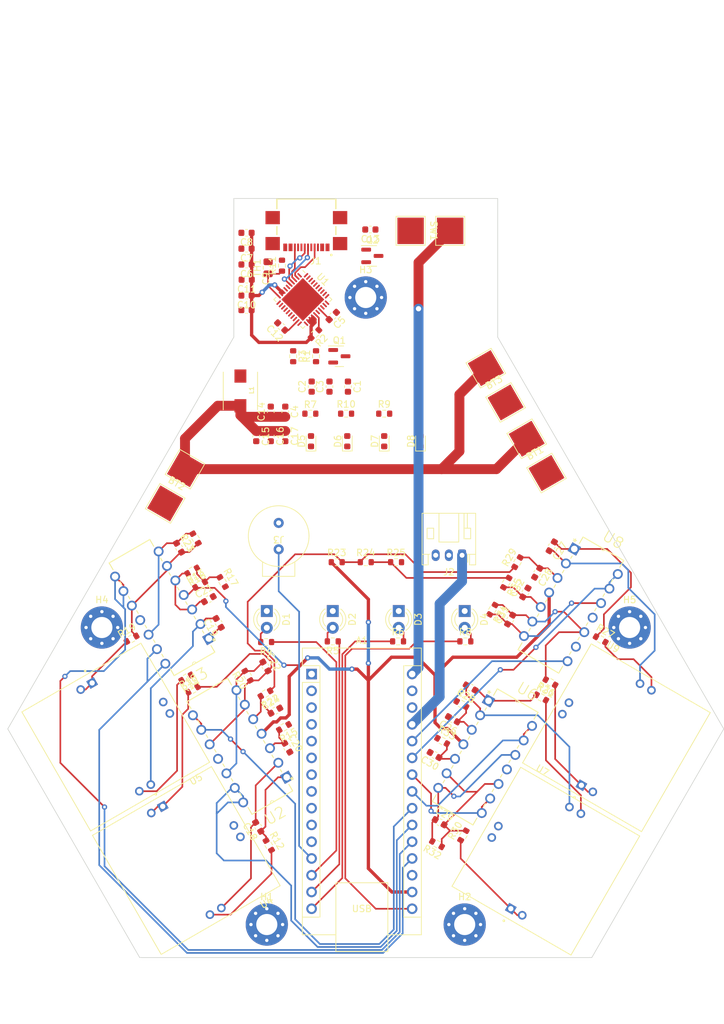
<source format=kicad_pcb>
(kicad_pcb (version 20211014) (generator pcbnew)
  (layers (0 "F.Cu" signal) (31 "B.Cu" signal) (34 "B.Paste" user) (35 "F.Paste" user) (36 "B.SilkS" user "B.Silkscreen") (37 "F.SilkS" user "F.Silkscreen") (38 "B.Mask" user) (39 "F.Mask" user) (44 "Edge.Cuts" user))
  (net 0 "")
  (net 4 "GND")
  (net 11 "/Arduino_D8")
  (net 12 "/Arduino_D9")
  (net 13 "/Arduino_D10")
  (net 14 "/Arduino_D11")
  (net 15 "/Arduino_D12")
  (net 16 "/Arduino_D13")
  (net 17 "/Arduino_3V3")
  (net 19 "/Arduino_A0")
  (net 20 "/Arduino_A1")
  (net 21 "/Arduino_A2")
  (net 22 "/Arduino_A3")
  (net 23 "/Arduino_A4")
  (net 24 "/Arduino_A5")
  (net 25 "/Arduino_A6")
  (net 26 "/Arduino_A7")
  (net 27 "/Arduino_5V")
  (net 29 "/VOUT")
  (net 30 "/VBAT+")
  (net 31 "/VBUS")
  (net 32 "/VREG")
  (net 33 "/VMID")
  (net 34 "/VSYS")
  (net 35 "Net-(C12-Pad1)")
  (net 36 "Net-(C12-Pad2)")
  (net 37 "Net-(C18-Pad1)")
  (net 38 "Net-(C20-Pad1)")
  (net 39 "Net-(C21-Pad1)")
  (net 40 "Net-(C22-Pad1)")
  (net 41 "Net-(C22-Pad2)")
  (net 42 "Net-(C23-Pad1)")
  (net 43 "Net-(C23-Pad2)")
  (net 44 "Net-(C24-Pad1)")
  (net 45 "Net-(C18-Pad2)")
  (net 46 "Net-(C25-Pad1)")
  (net 47 "Net-(C25-Pad2)")
  (net 48 "Net-(C26-Pad1)")
  (net 49 "Net-(C27-Pad1)")
  (net 50 "Net-(C28-Pad1)")
  (net 51 "Net-(C29-Pad1)")
  (net 52 "Net-(C30-Pad1)")
  (net 53 "Net-(C19-Pad1)")
  (net 54 "Net-(C31-Pad1)")
  (net 55 "Net-(C31-Pad2)")
  (net 56 "Net-(C32-Pad1)")
  (net 57 "Net-(C19-Pad2)")
  (net 58 "Net-(C27-Pad2)")
  (net 59 "Net-(C29-Pad2)")
  (net 60 "Net-(D1-Pad2)")
  (net 61 "Net-(D2-Pad2)")
  (net 62 "Net-(D3-Pad2)")
  (net 63 "Net-(D4-Pad2)")
  (net 64 "Net-(D5-Pad2)")
  (net 65 "Net-(D7-Pad2)")
  (net 66 "Net-(D5-Pad1)")
  (net 68 "/CC2")
  (net 69 "/CC1")
  (net 73 "/DPC")
  (net 74 "/DMC")
  (net 75 "/VOUTG")
  (net 76 "/VBUSG")
  (net 77 "/Divider_High")
  (net 78 "Net-(R3-Pad1)")
  (net 79 "Net-(R7-Pad1)")
  (net 80 "Net-(R9-Pad1)")
  (net 81 "Net-(R11-Pad1)")
  (net 82 "Net-(R12-Pad2)")
  (net 83 "/Divider_Low")
  (net 84 "/1.024V")
  (net 85 "Net-(R14-Pad2)")
  (net 86 "Net-(R18-Pad1)")
  (net 87 "Net-(R26-Pad2)")
  (net 88 "Net-(R27-Pad2)")
  (net 89 "Net-(R19-Pad1)")
  (net 90 "Net-(R30-Pad1)")
  (net 91 "Net-(R31-Pad1)")
  (net 93 "Net-(SW1-Pad2)")
  (footprint "switch:switch_pad" (layer "F.Cu") (at 129.8 54.9 -90)
    (fp_text reference "SW1" (at 0 -0.5 -90 unlocked) (layer "F.SilkS"))
    (fp_text value "Power_Switch")
    (pad "1" smd rect (at 0 -3 270) (size 4 4) (layers "F.Cu" "F.Mask") (net 29 "/VOUT"))
    (pad "2" smd rect (at 0 3 270) (size 4 4) (layers "F.Cu" "F.Mask") (net 93 "Net-(SW1-Pad2)"))
  )
  (footprint "components:IND_AMPLA5030S2R2MT" (layer "F.Cu") (at 101 79.15 -90)
    (fp_text reference "L1" (at -0.1 -1.7 90) (layer "F.SilkS") (effects (font (size 0.64 0.64))))
    (fp_text value "2.2uH")
    (pad "1" smd rect locked (at -2.25 0 270) (size 2 1.8) (layers "F.Cu" "F.Paste" "F.Mask") (net 36 "Net-(C12-Pad2)"))
    (pad "2" smd rect locked (at 2.25 0 270) (size 2 1.8) (layers "F.Cu" "F.Paste" "F.Mask") (net 30 "/VBAT+"))
  )
  (footprint "components:GCT_USB4110-GF-A_REVB" (layer "F.Cu") (at 111 56.33 180)
    (fp_text reference "J1" (at -1.425 -3.135) (layer "F.SilkS"))
    (fp_text value "USB4110-GF-A_REVB")
    (pad "" np_thru_hole circle locked (at -2.89 0 180) (size 0.65 0.65) (drill 0.65) (layers *.Cu *.Mask))
    (pad "" np_thru_hole circle locked (at 2.89 0 180) (size 0.65 0.65) (drill 0.65) (layers *.Cu *.Mask))
    (pad "A1/B12" smd rect locked (at -3.2 -1.075 180) (size 0.6 1.15) (layers "F.Cu" "F.Paste" "F.Mask") (net 4 "GND"))
    (pad "A4/B9" smd rect locked (at -2.4 -1.075 180) (size 0.6 1.15) (layers "F.Cu" "F.Paste" "F.Mask") (net 31 "/VBUS"))
    (pad "A5" smd rect locked (at -1.25 -1.075 180) (size 0.3 1.15) (layers "F.Cu" "F.Paste" "F.Mask") (net 69 "/CC1"))
    (pad "A6" smd rect locked (at -0.25 -1.075 180) (size 0.3 1.15) (layers "F.Cu" "F.Paste" "F.Mask") (net 73 "/DPC"))
    (pad "A7" smd rect locked (at 0.25 -1.075 180) (size 0.3 1.15) (layers "F.Cu" "F.Paste" "F.Mask") (net 74 "/DMC"))
    (pad "A8" smd rect locked (at 1.25 -1.075 180) (size 0.3 1.15) (layers "F.Cu" "F.Paste" "F.Mask"))
    (pad "B1/A12" smd rect locked (at 3.2 -1.075 180) (size 0.6 1.15) (layers "F.Cu" "F.Paste" "F.Mask") (net 4 "GND"))
    (pad "B4/A9" smd rect locked (at 2.4 -1.075 180) (size 0.6 1.15) (layers "F.Cu" "F.Paste" "F.Mask") (net 31 "/VBUS"))
    (pad "B5" smd rect locked (at 1.75 -1.075 180) (size 0.3 1.15) (layers "F.Cu" "F.Paste" "F.Mask") (net 68 "/CC2"))
    (pad "B6" smd rect locked (at 0.75 -1.075 180) (size 0.3 1.15) (layers "F.Cu" "F.Paste" "F.Mask"))
    (pad "B7" smd rect locked (at -0.75 -1.075 180) (size 0.3 1.15) (layers "F.Cu" "F.Paste" "F.Mask"))
    (pad "B8" smd rect locked (at -1.75 -1.075 180) (size 0.3 1.15) (layers "F.Cu" "F.Paste" "F.Mask"))
    (pad "S1" smd rect locked (at -5.11 -0.5 180) (size 2.18 2) (layers "F.Cu" "F.Paste" "F.Mask") (net 4 "GND"))
    (pad "S2" smd rect locked (at 5.11 -0.5 180) (size 2.18 2) (layers "F.Cu" "F.Paste" "F.Mask") (net 4 "GND"))
    (pad "S3" smd rect locked (at -5.11 3.43 180) (size 2.18 2) (layers "F.Cu" "F.Paste" "F.Mask") (net 4 "GND"))
    (pad "S4" smd rect locked (at 5.11 3.43 180) (size 2.18 2) (layers "F.Cu" "F.Paste" "F.Mask") (net 4 "GND"))
  )
  (footprint "Resistor_SMD:R_0603_1608Metric" (layer "F.Cu") (at 94.2 101.5 120)
    (fp_text reference "R21" (at 0 -1.43 120) (layer "F.SilkS"))
    (fp_text value "10")
    (pad "1" smd roundrect (at -0.825 0 120) (size 0.8 0.95) (layers "F.Cu" "F.Paste" "F.Mask") (net 43 "Net-(C23-Pad2)"))
    (pad "2" smd roundrect (at 0.825 0 120) (size 0.8 0.95) (layers "F.Cu" "F.Paste" "F.Mask") (net 42 "Net-(C23-Pad1)"))
  )
  (footprint "Resistor_SMD:R_0603_1608Metric" (layer "F.Cu") (at 148 123.3 150)
    (fp_text reference "R31" (at 0 -1.43 150) (layer "F.SilkS"))
    (fp_text value "10")
    (pad "1" smd roundrect (at -0.825 0 150) (size 0.8 0.95) (layers "F.Cu" "F.Paste" "F.Mask") (net 91 "Net-(R31-Pad1)"))
    (pad "2" smd roundrect (at 0.825 0 150) (size 0.8 0.95) (layers "F.Cu" "F.Paste" "F.Mask") (net 55 "Net-(C31-Pad2)"))
  )
  (footprint "MountingHole:MountingHole_3.2mm_M3_Pad_Via" (layer "F.Cu") (at 160 115)
    (fp_text reference "H5" (at 0 -4.2) (layer "F.SilkS"))
    (fp_text value "MountingHole_Pad")
    (pad "1" thru_hole circle locked (at 0 -2.4) (size 0.8 0.8) (drill 0.5) (layers *.Cu *.Mask) (net 4 "GND"))
    (pad "1" thru_hole circle locked (at 1.697056 -1.697056) (size 0.8 0.8) (drill 0.5) (layers *.Cu *.Mask) (net 4 "GND"))
    (pad "1" thru_hole circle locked (at 2.4 0) (size 0.8 0.8) (drill 0.5) (layers *.Cu *.Mask) (net 4 "GND"))
    (pad "1" thru_hole circle locked (at -1.697056 -1.697056) (size 0.8 0.8) (drill 0.5) (layers *.Cu *.Mask) (net 4 "GND"))
    (pad "1" thru_hole circle locked (at -1.697056 1.697056) (size 0.8 0.8) (drill 0.5) (layers *.Cu *.Mask) (net 4 "GND"))
    (pad "1" thru_hole circle locked (at 0 0) (size 6.4 6.4) (drill 3.2) (layers *.Cu *.Mask) (net 4 "GND"))
    (pad "1" thru_hole circle locked (at 0 2.4) (size 0.8 0.8) (drill 0.5) (layers *.Cu *.Mask) (net 4 "GND"))
    (pad "1" thru_hole circle locked (at 1.697056 1.697056) (size 0.8 0.8) (drill 0.5) (layers *.Cu *.Mask) (net 4 "GND"))
    (pad "1" thru_hole circle locked (at -2.4 0) (size 0.8 0.8) (drill 0.5) (layers *.Cu *.Mask) (net 4 "GND"))
  )
  (footprint "Capacitor_SMD:C_0603_1608Metric" (layer "F.Cu") (at 101.925002 64.7 180)
    (fp_text reference "C10" (at 0 -1.43) (layer "F.SilkS"))
    (fp_text value "22uF 25V")
    (pad "1" smd roundrect (at -0.775 0 180) (size 0.9 0.95) (layers "F.Cu" "F.Paste" "F.Mask") (net 34 "/VSYS"))
    (pad "2" smd roundrect (at 0.775 0 180) (size 0.9 0.95) (layers "F.Cu" "F.Paste" "F.Mask") (net 4 "GND"))
  )
  (footprint "Capacitor_SMD:C_0603_1608Metric" (layer "F.Cu") (at 130.42883 134.3125 150)
    (fp_text reference "C30" (at 0 -1.43 150) (layer "F.SilkS"))
    (fp_text value "0.1u")
    (pad "1" smd roundrect (at -0.775 0 150) (size 0.9 0.95) (layers "F.Cu" "F.Paste" "F.Mask") (net 52 "Net-(C30-Pad1)"))
    (pad "2" smd roundrect (at 0.775 0 150) (size 0.9 0.95) (layers "F.Cu" "F.Paste" "F.Mask") (net 4 "GND"))
  )
  (footprint "Resistor_SMD:R_0603_1608Metric" (layer "F.Cu") (at 124.9 117.1)
    (fp_text reference "R6" (at 0 -1.43) (layer "F.SilkS"))
    (fp_text value "R")
    (pad "1" smd roundrect (at -0.825 0) (size 0.8 0.95) (layers "F.Cu" "F.Paste" "F.Mask") (net 15 "/Arduino_D12"))
    (pad "2" smd roundrect (at 0.825 0) (size 0.8 0.95) (layers "F.Cu" "F.Paste" "F.Mask") (net 62 "Net-(D3-Pad2)"))
  )
  (footprint "Resistor_SMD:R_0603_1608Metric" (layer "F.Cu") (at 143 105.1 60)
    (fp_text reference "R29" (at 0 -1.43 60) (layer "F.SilkS"))
    (fp_text value "10")
    (pad "1" smd roundrect (at -0.825 0 60) (size 0.8 0.95) (layers "F.Cu" "F.Paste" "F.Mask") (net 77 "/Divider_High"))
    (pad "2" smd roundrect (at 0.825 0 60) (size 0.8 0.95) (layers "F.Cu" "F.Paste" "F.Mask") (net 50 "Net-(C28-Pad1)"))
  )
  (footprint "Capacitor_SMD:C_0603_1608Metric" (layer "F.Cu") (at 107.8 86 -90)
    (fp_text reference "C17" (at 0 -1.43 90) (layer "F.SilkS"))
    (fp_text value "22uF 16V")
    (pad "1" smd roundrect (at -0.775 0 270) (size 0.9 0.95) (layers "F.Cu" "F.Paste" "F.Mask") (net 30 "/VBAT+"))
    (pad "2" smd roundrect (at 0.775 0 270) (size 0.9 0.95) (layers "F.Cu" "F.Paste" "F.Mask") (net 4 "GND"))
  )
  (footprint "Resistor_SMD:R_0603_1608Metric" (layer "F.Cu") (at 102.1 122.3 120)
    (fp_text reference "R20" (at 0 -1.43 120) (layer "F.SilkS"))
    (fp_text value "10")
    (pad "1" smd roundrect (at -0.825 0 120) (size 0.8 0.95) (layers "F.Cu" "F.Paste" "F.Mask") (net 41 "Net-(C22-Pad2)"))
    (pad "2" smd roundrect (at 0.825 0 120) (size 0.8 0.95) (layers "F.Cu" "F.Paste" "F.Mask") (net 40 "Net-(C22-Pad1)"))
  )
  (footprint "LED_SMD:LED_0603_1608Metric" (layer "F.Cu") (at 122.8 86.775 90)
    (fp_text reference "D7" (at 0 -1.43 90) (layer "F.SilkS"))
    (fp_text value "LED")
    (pad "1" smd roundrect (at -0.7875 0 90) (size 0.875 0.95) (layers "F.Cu" "F.Paste" "F.Mask") (net 66 "Net-(D5-Pad1)"))
    (pad "2" smd roundrect (at 0.7875 0 90) (size 0.875 0.95) (layers "F.Cu" "F.Paste" "F.Mask") (net 65 "Net-(D7-Pad2)"))
  )
  (footprint "Resistor_SMD:R_0603_1608Metric" (layer "F.Cu") (at 141.3 108.2 -120)
    (fp_text reference "R35" (at 0 -1.43 -300) (layer "F.SilkS"))
    (fp_text value "10")
    (pad "1" smd roundrect (at -0.825 0 240) (size 0.8 0.95) (layers "F.Cu" "F.Paste" "F.Mask") (net 83 "/Divider_Low"))
    (pad "2" smd roundrect (at 0.825 0 240) (size 0.8 0.95) (layers "F.Cu" "F.Paste" "F.Mask") (net 56 "Net-(C32-Pad1)"))
  )
  (footprint "Capacitor_SMD:C_0603_1608Metric" (layer "F.Cu") (at 107.8 82.3 -90)
    (fp_text reference "C4" (at 0 -1.43 90) (layer "F.SilkS"))
    (fp_text value "2.2uF 16V")
    (pad "1" smd roundrect (at -0.775 0 270) (size 0.9 0.95) (layers "F.Cu" "F.Paste" "F.Mask") (net 4 "GND"))
    (pad "2" smd roundrect (at 0.775 0 270) (size 0.9 0.95) (layers "F.Cu" "F.Paste" "F.Mask") (net 30 "/VBAT+"))
  )
  (footprint "MountingHole:MountingHole_3.2mm_M3_Pad_Via" (layer "F.Cu") (at 105 160)
    (fp_text reference "H1" (at 0 -4.2) (layer "F.SilkS"))
    (fp_text value "MountingHole_Pad")
    (pad "1" thru_hole circle locked (at 0 2.4) (size 0.8 0.8) (drill 0.5) (layers *.Cu *.Mask) (net 4 "GND"))
    (pad "1" thru_hole circle locked (at 0 0) (size 6.4 6.4) (drill 3.2) (layers *.Cu *.Mask) (net 4 "GND"))
    (pad "1" thru_hole circle locked (at 1.697056 1.697056) (size 0.8 0.8) (drill 0.5) (layers *.Cu *.Mask) (net 4 "GND"))
    (pad "1" thru_hole circle locked (at -1.697056 -1.697056) (size 0.8 0.8) (drill 0.5) (layers *.Cu *.Mask) (net 4 "GND"))
    (pad "1" thru_hole circle locked (at -2.4 0) (size 0.8 0.8) (drill 0.5) (layers *.Cu *.Mask) (net 4 "GND"))
    (pad "1" thru_hole circle locked (at 0 -2.4) (size 0.8 0.8) (drill 0.5) (layers *.Cu *.Mask) (net 4 "GND"))
    (pad "1" thru_hole circle locked (at 2.4 0) (size 0.8 0.8) (drill 0.5) (layers *.Cu *.Mask) (net 4 "GND"))
    (pad "1" thru_hole circle locked (at 1.697056 -1.697056) (size 0.8 0.8) (drill 0.5) (layers *.Cu *.Mask) (net 4 "GND"))
    (pad "1" thru_hole circle locked (at -1.697056 1.697056) (size 0.8 0.8) (drill 0.5) (layers *.Cu *.Mask) (net 4 "GND"))
  )
  (footprint "Resistor_SMD:R_0603_1608Metric" (layer "F.Cu") (at 120 105.1)
    (fp_text reference "R24" (at 0 -1.43) (layer "F.SilkS"))
    (fp_text value "910")
    (pad "1" smd roundrect (at -0.825 0) (size 0.8 0.95) (layers "F.Cu" "F.Paste" "F.Mask") (net 77 "/Divider_High"))
    (pad "2" smd roundrect (at 0.825 0) (size 0.8 0.95) (layers "F.Cu" "F.Paste" "F.Mask") (net 83 "/Divider_Low"))
  )
  (footprint "MountingHole:MountingHole_3.2mm_M3_Pad_Via" (layer "F.Cu") (at 135 160)
    (fp_text reference "H2" (at 0 -4.2) (layer "F.SilkS"))
    (fp_text value "MountingHole_Pad")
    (pad "1" thru_hole circle locked (at 1.697056 1.697056) (size 0.8 0.8) (drill 0.5) (layers *.Cu *.Mask) (net 4 "GND"))
    (pad "1" thru_hole circle locked (at -1.697056 1.697056) (size 0.8 0.8) (drill 0.5) (layers *.Cu *.Mask) (net 4 "GND"))
    (pad "1" thru_hole circle locked (at 0 -2.4) (size 0.8 0.8) (drill 0.5) (layers *.Cu *.Mask) (net 4 "GND"))
    (pad "1" thru_hole circle locked (at -1.697056 -1.697056) (size 0.8 0.8) (drill 0.5) (layers *.Cu *.Mask) (net 4 "GND"))
    (pad "1" thru_hole circle locked (at 0 2.4) (size 0.8 0.8) (drill 0.5) (layers *.Cu *.Mask) (net 4 "GND"))
    (pad "1" thru_hole circle locked (at 0 0) (size 6.4 6.4) (drill 3.2) (layers *.Cu *.Mask) (net 4 "GND"))
    (pad "1" thru_hole circle locked (at 1.697056 -1.697056) (size 0.8 0.8) (drill 0.5) (layers *.Cu *.Mask) (net 4 "GND"))
    (pad "1" thru_hole circle locked (at -2.4 0) (size 0.8 0.8) (drill 0.5) (layers *.Cu *.Mask) (net 4 "GND"))
    (pad "1" thru_hole circle locked (at 2.4 0) (size 0.8 0.8) (drill 0.5) (layers *.Cu *.Mask) (net 4 "GND"))
  )
  (footprint "components:DIP254P762X533-14" (layer "F.Cu") (at 137.589557 143.104114 -30)
    (fp_text reference "U6" (at -3.2004 -19.4056 150) (layer "F.SilkS") (effects (font (size 1.64 1.64))))
    (fp_text value "MCP6044-E/P")
    (fp_text user "*" (at -8.2042 -16.1036 150) (layer "F.SilkS"))
    (pad "1" thru_hole rect locked (at -7.62 -15.24 330) (size 1.4986 1.4986) (drill 0.9906) (layers *.Cu *.Mask) (net 46 "Net-(C25-Pad1)"))
    (pad "2" thru_hole circle locked (at -7.62 -12.7 330) (size 1.4986 1.4986) (drill 0.9906) (layers *.Cu *.Mask) (net 47 "Net-(C25-Pad2)"))
    (pad "3" thru_hole circle locked (at -7.62 -10.16 330) (size 1.4986 1.4986) (drill 0.9906) (layers *.Cu *.Mask) (net 48 "Net-(C26-Pad1)"))
    (pad "4" thru_hole circle locked (at -7.62 -7.62 330) (size 1.4986 1.4986) (drill 0.9906) (layers *.Cu *.Mask) (net 17 "/Arduino_3V3"))
    (pad "5" thru_hole circle locked (at -7.62 -5.08 330) (size 1.4986 1.4986) (drill 0.9906) (layers *.Cu *.Mask) (net 52 "Net-(C30-Pad1)"))
    (pad "6" thru_hole circle locked (at -7.62 -2.54 330) (size 1.4986 1.4986) (drill 0.9906) (layers *.Cu *.Mask) (net 59 "Net-(C29-Pad2)"))
    (pad "7" thru_hole circle locked (at -7.62 0 330) (size 1.4986 1.4986) (drill 0.9906) (layers *.Cu *.Mask) (net 51 "Net-(C29-Pad1)"))
    (pad "8" thru_hole circle locked (at 0 0 330) (size 1.4986 1.4986) (drill 0.9906) (layers *.Cu *.Mask) (net 24 "/Arduino_A5"))
    (pad "9" thru_hole circle locked (at 0 -2.54 330) (size 1.4986 1.4986) (drill 0.9906) (layers *.Cu *.Mask) (net 24 "/Arduino_A5"))
    (pad "10" thru_hole circle locked (at 0 -5.08 330) (size 1.4986 1.4986) (drill 0.9906) (layers *.Cu *.Mask) (net 59 "Net-(C29-Pad2)"))
    (pad "11" thru_hole circle locked (at 0 -7.62 330) (size 1.4986 1.4986) (drill 0.9906) (layers *.Cu *.Mask) (net 4 "GND"))
    (pad "12" thru_hole circle locked (at 0 -10.16 330) (size 1.4986 1.4986) (drill 0.9906) (layers *.Cu *.Mask) (net 51 "Net-(C29-Pad1)"))
    (pad "13" thru_hole circle locked (at 0 -12.7 330) (size 1.4986 1.4986) (drill 0.9906) (layers *.Cu *.Mask) (net 23 "/Arduino_A4"))
    (pad "14" thru_hole circle locked (at 0 -15.24 330) (size 1.4986 1.4986) (drill 0.9906) (layers *.Cu *.Mask) (net 23 "/Arduino_A4"))
  )
  (footprint "LED_SMD:LED_0603_1608Metric" (layer "F.Cu") (at 128.3 86.775 90)
    (fp_text reference "D8" (at 0 -1.43 90) (layer "F.SilkS"))
    (fp_text value "LED")
    (pad "1" smd roundrect (at -0.7875 0 90) (size 0.875 0.95) (layers "F.Cu" "F.Paste" "F.Mask") (net 65 "Net-(D7-Pad2)"))
    (pad "2" smd roundrect (at 0.7875 0 90) (size 0.875 0.95) (layers "F.Cu" "F.Paste" "F.Mask") (net 66 "Net-(D5-Pad1)"))
  )
  (footprint "switch:switch_pad" (layer "F.Cu") (at 145.9 88.998076 30)
    (fp_text reference "BT1" (at 0 -0.5 30 unlocked) (layer "F.SilkS"))
    (fp_text value "Battery_Cell")
    (pad "1" smd rect (at 0 -3 30) (size 4 4) (layers "F.Cu" "F.Mask") (net 30 "/VBAT+"))
    (pad "2" smd rect (at 0 3 30) (size 4 4) (layers "F.Cu" "F.Mask") (net 4 "GND"))
  )
  (footprint "Capacitor_SMD:C_0603_1608Metric" (layer "F.Cu") (at 146 106.7 -120)
    (fp_text reference "C28" (at 0 -1.43 -300) (layer "F.SilkS"))
    (fp_text value "0.1u")
    (pad "1" smd roundrect (at -0.775 0 240) (size 0.9 0.95) (layers "F.Cu" "F.Paste" "F.Mask") (net 50 "Net-(C28-Pad1)"))
    (pad "2" smd roundrect (at 0.775 0 240) (size 0.9 0.95) (layers "F.Cu" "F.Paste" "F.Mask") (net 4 "GND"))
  )
  (footprint "Capacitor_SMD:C_0603_1608Metric" (layer "F.Cu") (at 101.95 62.3 180)
    (fp_text reference "C11" (at 0 -1.43) (layer "F.SilkS"))
    (fp_text value "10uF 25V")
    (pad "1" smd roundrect (at -0.775 0 180) (size 0.9 0.95) (layers "F.Cu" "F.Paste" "F.Mask") (net 34 "/VSYS"))
    (pad "2" smd roundrect (at 0.775 0 180) (size 0.9 0.95) (layers "F.Cu" "F.Paste" "F.Mask") (net 4 "GND"))
  )
  (footprint "Resistor_SMD:R_0603_1608Metric" (layer "F.Cu") (at 155.614471 116.8125 -30)
    (fp_text reference "R27" (at 0 -1.43 -210) (layer "F.SilkS"))
    (fp_text value "10")
    (pad "1" smd roundrect (at -0.825 0 330) (size 0.8 0.95) (layers "F.Cu" "F.Paste" "F.Mask") (net 49 "Net-(C27-Pad1)"))
    (pad "2" smd roundrect (at 0.825 0 330) (size 0.8 0.95) (layers "F.Cu" "F.Paste" "F.Mask") (net 88 "Net-(R27-Pad2)"))
  )
  (footprint "Resistor_SMD:R_0603_1608Metric" (layer "F.Cu") (at 124.6 105.1)
    (fp_text reference "R25" (at 0 -1.43) (layer "F.SilkS"))
    (fp_text value "4.7k")
    (pad "1" smd roundrect (at -0.825 0) (size 0.8 0.95) (layers "F.Cu" "F.Paste" "F.Mask") (net 83 "/Divider_Low"))
    (pad "2" smd roundrect (at 0.825 0) (size 0.8 0.95) (layers "F.Cu" "F.Paste" "F.Mask") (net 4 "GND"))
  )
  (footprint "Resistor_SMD:R_0603_1608Metric" (layer "F.Cu") (at 134.5 126.6 -30)
    (fp_text reference "R28" (at 0 -1.43 150) (layer "F.SilkS"))
    (fp_text value "10")
    (pad "1" smd roundrect (at -0.825 0 330) (size 0.8 0.95) (layers "F.Cu" "F.Paste" "F.Mask") (net 77 "/Divider_High"))
    (pad "2" smd roundrect (at 0.825 0 330) (size 0.8 0.95) (layers "F.Cu" "F.Paste" "F.Mask") (net 48 "Net-(C26-Pad1)"))
  )
  (footprint "Capacitor_SMD:C_0603_1608Metric" (layer "F.Cu") (at 97.7 114.3 120)
    (fp_text reference "C19" (at 0 -1.43 120) (layer "F.SilkS"))
    (fp_text value "0.1u")
    (pad "1" smd roundrect (at -0.775 0 120) (size 0.9 0.95) (layers "F.Cu" "F.Paste" "F.Mask") (net 53 "Net-(C19-Pad1)"))
    (pad "2" smd roundrect (at 0.775 0 120) (size 0.9 0.95) (layers "F.Cu" "F.Paste" "F.Mask") (net 57 "Net-(C19-Pad2)"))
  )
  (footprint "Resistor_SMD:R_0603_1608Metric" (layer "F.Cu") (at 105.3 148 -60)
    (fp_text reference "R12" (at 0 -1.43 -240) (layer "F.SilkS"))
    (fp_text value "10")
    (pad "1" smd roundrect (at -0.825 0 300) (size 0.8 0.95) (layers "F.Cu" "F.Paste" "F.Mask") (net 37 "Net-(C18-Pad1)"))
    (pad "2" smd roundrect (at 0.825 0 300) (size 0.8 0.95) (layers "F.Cu" "F.Paste" "F.Mask") (net 82 "Net-(R12-Pad2)"))
  )
  (footprint "MountingHole:MountingHole_3.2mm_M3_Pad_Via" (layer "F.Cu") (at 120 65)
    (fp_text reference "H3" (at 0 -4.2) (layer "F.SilkS"))
    (fp_text value "MountingHole_Pad")
    (pad "1" thru_hole circle locked (at -1.697056 1.697056) (size 0.8 0.8) (drill 0.5) (layers *.Cu *.Mask) (net 4 "GND"))
    (pad "1" thru_hole circle locked (at 0 0) (size 6.4 6.4) (drill 3.2) (layers *.Cu *.Mask) (net 4 "GND"))
    (pad "1" thru_hole circle locked (at 1.697056 1.697056) (size 0.8 0.8) (drill 0.5) (layers *.Cu *.Mask) (net 4 "GND"))
    (pad "1" thru_hole circle locked (at -2.4 0) (size 0.8 0.8) (drill 0.5) (layers *.Cu *.Mask) (net 4 "GND"))
    (pad "1" thru_hole circle locked (at 0 -2.4) (size 0.8 0.8) (drill 0.5) (layers *.Cu *.Mask) (net 4 "GND"))
    (pad "1" thru_hole circle locked (at 1.697056 -1.697056) (size 0.8 0.8) (drill 0.5) (layers *.Cu *.Mask) (net 4 "GND"))
    (pad "1" thru_hole circle locked (at -1.697056 -1.697056) (size 0.8 0.8) (drill 0.5) (layers *.Cu *.Mask) (net 4 "GND"))
    (pad "1" thru_hole circle locked (at 2.4 0) (size 0.8 0.8) (drill 0.5) (layers *.Cu *.Mask) (net 4 "GND"))
    (pad "1" thru_hole circle locked (at 0 2.4) (size 0.8 0.8) (drill 0.5) (layers *.Cu *.Mask) (net 4 "GND"))
  )
  (footprint "Capacitor_SMD:C_0603_1608Metric" (layer "F.Cu") (at 101.925 60 180)
    (fp_text reference "C6" (at 0 -1.43) (layer "F.SilkS"))
    (fp_text value "100nF 25V")
    (pad "1" smd roundrect (at -0.775 0 180) (size 0.9 0.95) (layers "F.Cu" "F.Paste" "F.Mask") (net 34 "/VSYS"))
    (pad "2" smd roundrect (at 0.775 0 180) (size 0.9 0.95) (layers "F.Cu" "F.Paste" "F.Mask") (net 4 "GND"))
  )
  (footprint "LED_THT:LED_D3.0mm" (layer "F.Cu") (at 125 112.5 -90)
    (fp_text reference "D3" (at 1.27 -2.96 90) (layer "F.SilkS"))
    (fp_text value "Status_LED_3")
    (pad "1" thru_hole rect (at 0 0 270) (size 1.8 1.8) (drill 0.9) (layers *.Cu *.Mask) (net 4 "GND"))
    (pad "2" thru_hole circle (at 2.54 0 270) (size 1.8 1.8) (drill 0.9) (layers *.Cu *.Mask) (net 62 "Net-(D3-Pad2)"))
  )
  (footprint "components:DIP254P762X533-14" (layer "F.Cu") (at 150.589557 120.104114 -30)
    (fp_text reference "U8" (at -3.2004 -19.4056 150) (layer "F.SilkS") (effects (font (size 1.64 1.64))))
    (fp_text value "MCP6044-E/P")
    (fp_text user "*" (at -8.2042 -16.1036 150) (layer "F.SilkS"))
    (pad "1" thru_hole rect locked (at -7.62 -15.24 330) (size 1.4986 1.4986) (drill 0.9906) (layers *.Cu *.Mask) (net 49 "Net-(C27-Pad1)"))
    (pad "2" thru_hole circle locked (at -7.62 -12.7 330) (size 1.4986 1.4986) (drill 0.9906) (layers *.Cu *.Mask) (net 58 "Net-(C27-Pad2)"))
    (pad "3" thru_hole circle locked (at -7.62 -10.16 330) (size 1.4986 1.4986) (drill 0.9906) (layers *.Cu *.Mask) (net 50 "Net-(C28-Pad1)"))
    (pad "4" thru_hole circle locked (at -7.62 -7.62 330) (size 1.4986 1.4986) (drill 0.9906) (layers *.Cu *.Mask) (net 17 "/Arduino_3V3"))
    (pad "5" thru_hole circle locked (at -7.62 -5.08 330) (size 1.4986 1.4986) (drill 0.9906) (layers *.Cu *.Mask) (net 56 "Net-(C32-Pad1)"))
    (pad "6" thru_hole circle locked (at -7.62 -2.54 330) (size 1.4986 1.4986) (drill 0.9906) (layers *.Cu *.Mask) (net 55 "Net-(C31-Pad2)"))
    (pad "7" thru_hole circle locked (at -7.62 0 330) (size 1.4986 1.4986) (drill 0.9906) (layers *.Cu *.Mask) (net 54 "Net-(C31-Pad1)"))
    (pad "8" thru_hole circle locked (at 0 0 330) (size 1.4986 1.4986) (drill 0.9906) (layers *.Cu *.Mask) (net 26 "/Arduino_A7"))
    (pad "9" thru_hole circle locked (at 0 -2.54 330) (size 1.4986 1.4986) (drill 0.9906) (layers *.Cu *.Mask) (net 26 "/Arduino_A7"))
    (pad "10" thru_hole circle locked (at 0 -5.08 330) (size 1.4986 1.4986) (drill 0.9906) (layers *.Cu *.Mask) (net 55 "Net-(C31-Pad2)"))
    (pad "11" thru_hole circle locked (at 0 -7.62 330) (size 1.4986 1.4986) (drill 0.9906) (layers *.Cu *.Mask) (net 4 "GND"))
    (pad "12" thru_hole circle locked (at 0 -10.16 330) (size 1.4986 1.4986) (drill 0.9906) (layers *.Cu *.Mask) (net 54 "Net-(C31-Pad1)"))
    (pad "13" thru_hole circle locked (at 0 -12.7 330) (size 1.4986 1.4986) (drill 0.9906) (layers *.Cu *.Mask) (net 25 "/Arduino_A6"))
    (pad "14" thru_hole circle locked (at 0 -15.24 330) (size 1.4986 1.4986) (drill 0.9906) (layers *.Cu *.Mask) (net 25 "/Arduino_A6"))
  )
  (footprint "Capacitor_SMD:C_0603_1608Metric" (layer "F.Cu") (at 117.3 78.5 -90)
    (fp_text reference "C1" (at 0 -1.43 -270) (layer "F.SilkS"))
    (fp_text value "10uF 25V")
    (pad "1" smd roundrect (at -0.775 0 270) (size 0.9 0.95) (layers "F.Cu" "F.Paste" "F.Mask") (net 31 "/VBUS"))
    (pad "2" smd roundrect (at 0.775 0 270) (size 0.9 0.95) (layers "F.Cu" "F.Paste" "F.Mask") (net 4 "GND"))
  )
  (footprint "Resistor_SMD:R_0805_2012Metric" (layer "F.Cu") (at 105.2 60.5 90)
    (fp_text reference "TH1" (at 0 -1.65 90) (layer "F.SilkS"))
    (fp_text value "100k@25c")
    (pad "1" smd roundrect (at -0.9125 0 90) (size 1.025 1.4) (layers "F.Cu" "F.Paste" "F.Mask") (roundrect_rratio 0.243902) (net 81 "Net-(R11-Pad1)"))
    (pad "2" smd roundrect (at 0.9125 0 90) (size 1.025 1.4) (layers "F.Cu" "F.Paste" "F.Mask") (roundrect_rratio 0.243902) (net 4 "GND"))
  )
  (footprint "components:XDCR_110-102" (layer "F.Cu") (at 92.8 150.3 -150)
    (fp_text reference "U4" (at -7.325 -11.635 30) (layer "F.SilkS"))
    (fp_text value "SO2 Sensor")
    (pad "1" thru_hole rect locked (at -1 8.89 210) (size 1.308 1.308) (drill 0.8) (layers *.Cu *.Mask) (net 86 "Net-(R18-Pad1)"))
    (pad "2" thru_hole circle locked (at -8.89 1 210) (size 1.308 1.308) (drill 0.8) (layers *.Cu *.Mask))
    (pad "3" thru_hole circle locked (at -8.89 -1 210) (size 1.308 1.308) (drill 0.8) (layers *.Cu *.Mask))
    (pad "4" thru_hole circle locked (at -1 -8.89 210) (size 1.308 1.308) (drill 0.8) (layers *.Cu *.Mask) (net 45 "Net-(C18-Pad2)"))
    (pad "5" thru_hole circle locked (at 1 -8.89 210) (size 1.308 1.308) (drill 0.8) (layers *.Cu *.Mask) (net 82 "Net-(R12-Pad2)"))
    (pad "6" thru_hole circle locked (at 1 8.89 210) (size 1.308 1.308) (drill 0.8) (layers *.Cu *.Mask) (net 86 "Net-(R18-Pad1)"))
  )
  (footprint "Resistor_SMD:R_0603_1608Metric" (layer "F.Cu") (at 134.8 146.5 60)
    (fp_text reference "R30" (at 0 -1.43 60) (layer "F.SilkS"))
    (fp_text value "10")
    (pad "1" smd roundrect (at -0.825 0 60) (size 0.8 0.95) (layers "F.Cu" "F.Paste" "F.Mask") (net 90 "Net-(R30-Pad1)"))
    (pad "2" smd roundrect (at 0.825 0 60) (size 0.8 0.95) (layers "F.Cu" "F.Paste" "F.Mask") (net 59 "Net-(C29-Pad2)"))
  )
  (footprint "LED_SMD:LED_0603_1608Metric" (layer "F.Cu") (at 117.2 86.775 90)
    (fp_text reference "D6" (at 0 -1.43 90) (layer "F.SilkS"))
    (fp_text value "LED")
    (pad "1" smd roundrect (at -0.7875 0 90) (size 0.875 0.95) (layers "F.Cu" "F.Paste" "F.Mask") (net 64 "Net-(D5-Pad2)"))
    (pad "2" smd roundrect (at 0.7875 0 90) (size 0.875 0.95) (layers "F.Cu" "F.Paste" "F.Mask") (net 66 "Net-(D5-Pad1)"))
  )
  (footprint "components:DIP254P762X533-14" (layer "F.Cu") (at 81.999096 107.27972 -150)
    (fp_text reference "U3" (at -3.2004 -19.4056 30) (layer "F.SilkS") (effects (font (size 1.64 1.64))))
    (fp_text value "MCP6044-E/P")
    (fp_text user "*" (at -8.2042 -16.1036 30) (layer "F.SilkS"))
    (pad "1" thru_hole rect locked (at -7.62 -15.24 210) (size 1.4986 1.4986) (drill 0.9906) (layers *.Cu *.Mask) (net 53 "Net-(C19-Pad1)"))
    (pad "2" thru_hole circle locked (at -7.62 -12.7 210) (size 1.4986 1.4986) (drill 0.9906) (layers *.Cu *.Mask) (net 57 "Net-(C19-Pad2)"))
    (pad "3" thru_hole circle locked (at -7.62 -10.16 210) (size 1.4986 1.4986) (drill 0.9906) (layers *.Cu *.Mask) (net 39 "Net-(C21-Pad1)"))
    (pad "4" thru_hole circle locked (at -7.62 -7.62 210) (size 1.4986 1.4986) (drill 0.9906) (layers *.Cu *.Mask) (net 17 "/Arduino_3V3"))
    (pad "5" thru_hole circle locked (at -7.62 -5.08 210) (size 1.4986 1.4986) (drill 0.9906) (layers *.Cu *.Mask) (net 39 "Net-(C21-Pad1)"))
    (pad "6" thru_hole circle locked (at -7.62 -2.54 210) (size 1.4986 1.4986) (drill 0.9906) (layers *.Cu *.Mask) (net 43 "Net-(C23-Pad2)"))
    (pad "7" thru_hole circle locked (at -7.62 0 210) (size 1.4986 1.4986) (drill 0.9906) (layers *.Cu *.Mask) (net 42 "Net-(C23-Pad1)"))
    (pad "8" thru_hole circle locked (at 0 0 210) (size 1.4986 1.4986) (drill 0.9906) (layers *.Cu *.Mask) (net 20 "/Arduino_A1"))
    (pad "9" thru_hole circle locked (at 0 -2.54 210) (size 1.4986 1.4986) (drill 0.9906) (layers *.Cu *.Mask) (net 20 "/Arduino_A1"))
    (pad "10" thru_hole circle locked (at 0 -5.08 210) (size 1.4986 1.4986) (drill 0.9906) (layers *.Cu *.Mask) (net 43 "Net-(C23-Pad2)"))
    (pad "11" thru_hole circle locked (at 0 -7.62 210) (size 1.4986 1.4986) (drill 0.9906) (layers *.Cu *.Mask) (net 4 "GND"))
    (pad "12" thru_hole circle locked (at 0 -10.16 210) (size 1.4986 1.4986) (drill 0.9906) (layers *.Cu *.Mask) (net 42 "Net-(C23-Pad1)"))
    (pad "13" thru_hole circle locked (at 0 -12.7 210) (size 1.4986 1.4986) (drill 0.9906) (layers *.Cu *.Mask) (net 19 "/Arduino_A0"))
    (pad "14" thru_hole circle locked (at 0 -15.24 210) (size 1.4986 1.4986) (drill 0.9906) (layers *.Cu *.Mask) (net 19 "/Arduino_A0"))
  )
  (footprint "components:XDCR_110-102" (layer "F.Cu") (at 82.1 131.6 -150)
    (fp_text reference "U5" (at -7.325 -11.635 30) (layer "F.SilkS"))
    (fp_text value "CO Sensor")
    (pad "1" thru_hole rect locked (at -1 8.89 210) (size 1.308 1.308) (drill 0.8) (layers *.Cu *.Mask) (net 89 "Net-(R19-Pad1)"))
    (pad "2" thru_hole circle locked (at -8.89 1 210) (size 1.308 1.308) (drill 0.8) (layers *.Cu *.Mask))
    (pad "3" thru_hole circle locked (at -8.89 -1 210) (size 1.308 1.308) (drill 0.8) (layers *.Cu *.Mask))
    (pad "4" thru_hole circle locked (at -1 -8.89 210) (size 1.308 1.308) (drill 0.8) (layers *.Cu *.Mask) (net 57 "Net-(C19-Pad2)"))
    (pad "5" thru_hole circle locked (at 1 -8.89 210) (size 1.308 1.308) (drill 0.8) (layers *.Cu *.Mask) (net 85 "Net-(R14-Pad2)"))
    (pad "6" thru_hole circle locked (at 1 8.89 210) (size 1.308 1.308) (drill 0.8) (layers *.Cu *.Mask) (net 89 "Net-(R19-Pad1)"))
  )
  (footprint "Connector_JST:JST_PH_S3B-PH-K_1x03_P2.00mm_Horizontal" (layer "F.Cu") (at 134.6 104.05 180)
    (fp_text reference "J2" (at 2 -2.55 180) (layer "F.SilkS"))
    (fp_text value "LED_Connector")
    (pad "1" thru_hole roundrect (at 0 0 180) (size 1.2 1.75) (drill 0.75) (layers *.Cu *.Mask) (roundrect_rratio 0.208333) (net 27 "/Arduino_5V"))
    (pad "2" thru_hole oval (at 2 0 180) (size 1.2 1.75) (drill 0.75) (layers *.Cu *.Mask) (net 11 "/Arduino_D8"))
    (pad "3" thru_hole oval (at 4 0 180) (size 1.2 1.75) (drill 0.75) (layers *.Cu *.Mask) (net 4 "GND"))
  )
  (footprint "Capacitor_SMD:C_0603_1608Metric" (layer "F.Cu") (at 101.925 55.2 180)
    (fp_text reference "C8" (at 0 -1.43) (layer "F.SilkS"))
    (fp_text value "22uF 25V")
    (pad "1" smd roundrect (at -0.775 0 180) (size 0.9 0.95) (layers "F.Cu" "F.Paste" "F.Mask") (net 34 "/VSYS"))
    (pad "2" smd roundrect (at 0.775 0 180) (size 0.9 0.95) (layers "F.Cu" "F.Paste" "F.Mask") (net 4 "GND"))
  )
  (footprint "Capacitor_SMD:C_0603_1608Metric" (layer "F.Cu") (at 105.6 82.3 90)
    (fp_text reference "C14" (at 0 -1.43 90) (layer "F.SilkS"))
    (fp_text value "22uF 16V")
    (pad "1" smd roundrect (at -0.775 0 90) (size 0.9 0.95) (layers "F.Cu" "F.Paste" "F.Mask") (net 30 "/VBAT+"))
    (pad "2" smd roundrect (at 0.775 0 90) (size 0.9 0.95) (layers "F.Cu" "F.Paste" "F.Mask") (net 4 "GND"))
  )
  (footprint "Resistor_SMD:R_0603_1608Metric" (layer "F.Cu") (at 115.6 105.1)
    (fp_text reference "R23" (at 0 -1.43) (layer "F.SilkS"))
    (fp_text value "10k")
    (pad "1" smd roundrect (at -0.825 0) (size 0.8 0.95) (layers "F.Cu" "F.Paste" "F.Mask") (net 17 "/Arduino_3V3"))
    (pad "2" smd roundrect (at 0.825 0) (size 0.8 0.95) (layers "F.Cu" "F.Paste" "F.Mask") (net 77 "/Divider_High"))
  )
  (footprint "Resistor_SMD:R_0603_1608Metric" (layer "F.Cu") (at 109 73.9 -90)
    (fp_text reference "R3" (at 0 -1.43 90) (layer "F.SilkS"))
    (fp_text value "114k 1%")
    (pad "1" smd roundrect (at -0.825 0 270) (size 0.8 0.95) (layers "F.Cu" "F.Paste" "F.Mask") (net 78 "Net-(R3-Pad1)"))
    (pad "2" smd roundrect (at 0.825 0 270) (size 0.8 0.95) (layers "F.Cu" "F.Paste" "F.Mask") (net 4 "GND"))
  )
  (footprint "Capacitor_SMD:C_0603_1608Metric" (layer "F.Cu") (at 106.3 127.6 30)
    (fp_text reference "C24" (at 0 -1.43 30) (layer "F.SilkS"))
    (fp_text value "0.1u")
    (pad "1" smd roundrect (at -0.775 0 30) (size 0.9 0.95) (layers "F.Cu" "F.Paste" "F.Mask") (net 44 "Net-(C24-Pad1)"))
    (pad "2" smd roundrect (at 0.775 0 30) (size 0.9 0.95) (layers "F.Cu" "F.Paste" "F.Mask") (net 4 "GND"))
  )
  (footprint "Resistor_SMD:R_0603_1608Metric" (layer "F.Cu") (at 84.5 116.7 30)
    (fp_text reference "R19" (at 0 -1.43 30) (layer "F.SilkS"))
    (fp_text value "10")
    (pad "1" smd roundrect (at -0.825 0 30) (size 0.8 0.95) (layers "F.Cu" "F.Paste" "F.Mask") (net 89 "Net-(R19-Pad1)"))
    (pad "2" smd roundrect (at 0.825 0 30) (size 0.8 0.95) (layers "F.Cu" "F.Paste" "F.Mask") (net 43 "Net-(C23-Pad2)"))
  )
  (footprint "Capacitor_SMD:C_0603_1608Metric" (layer "F.Cu") (at 105.6 86 -90)
    (fp_text reference "C16" (at 0 -1.43 90) (layer "F.SilkS"))
    (fp_text value "22uF 16V")
    (pad "1" smd roundrect (at -0.775 0 270) (size 0.9 0.95) (layers "F.Cu" "F.Paste" "F.Mask") (net 30 "/VBAT+"))
    (pad "2" smd roundrect (at 0.775 0 270) (size 0.9 0.95) (layers "F.Cu" "F.Paste" "F.Mask") (net 4 "GND"))
  )
  (footprint "Package_TO_SOT_SMD:SOT-23" (layer "F.Cu") (at 116 73.9)
    (fp_text reference "Q1" (at 0 -2.4) (layer "F.SilkS"))
    (fp_text value "AO3401A")
    (pad "1" smd roundrect (at -0.9375 -0.95) (size 1.475 0.6) (layers "F.Cu" "F.Paste" "F.Mask") (net 76 "/VBUSG"))
    (pad "2" smd roundrect (at -0.9375 0.95) (size 1.475 0.6) (layers "F.Cu" "F.Paste" "F.Mask") (net 33 "/VMID"))
    (pad "3" smd roundrect (at 0.9375 0) (size 1.475 0.6) (layers "F.Cu" "F.Paste" "F.Mask") (net 31 "/VBUS"))
  )
  (footprint "switch:switch_pad" (layer "F.Cu") (at 91.1 93.6 -30)
    (fp_text reference "BT2" (at 0 -0.5 -30 unlocked) (layer "F.SilkS"))
    (fp_text value "Battery_Cell")
    (pad "1" smd rect (at 0 -3 330) (size 4 4) (layers "F.Cu" "F.Mask") (net 30 "/VBAT+"))
    (pad "2" smd rect (at 0 3 330) (size 4 4) (layers "F.Cu" "F.Mask") (net 4 "GND"))
  )
  (footprint "Capacitor_SMD:C_0603_1608Metric" (layer "F.Cu") (at 107.2 69.4 135)
    (fp_text reference "C12" (at 0 -1.43 135) (layer "F.SilkS"))
    (fp_text value "100nF 25V")
    (pad "1" smd roundrect (at -0.775 0 135) (size 0.9 0.95) (layers "F.Cu" "F.Paste" "F.Mask") (net 35 "Net-(C12-Pad1)"))
    (pad "2" smd roundrect (at 0.775 0 135) (size 0.9 0.95) (layers "F.Cu" "F.Paste" "F.Mask") (net 36 "Net-(C12-Pad2)"))
  )
  (footprint "Resistor_SMD:R_0603_1608Metric" (layer "F.Cu") (at 131.585529 132.1875 -30)
    (fp_text reference "R33" (at 0 -1.43 150) (layer "F.SilkS"))
    (fp_text value "10")
    (pad "1" smd roundrect (at -0.825 0 330) (size 0.8 0.95) (layers "F.Cu" "F.Paste" "F.Mask") (net 83 "/Divider_Low"))
    (pad "2" smd roundrect (at 0.825 0 330) (size 0.8 0.95) (layers "F.Cu" "F.Paste" "F.Mask") (net 52 "Net-(C30-Pad1)"))
  )
  (footprint "Capacitor_SMD:C_0603_1608Metric" (layer "F.Cu") (at 101.925 66.9 180)
    (fp_text reference "C9" (at -2.98 4.76 90) (layer "F.SilkS"))
    (fp_text value "22uF 25V")
    (pad "1" smd roundrect (at -0.775 0 180) (size 0.9 0.95) (layers "F.Cu" "F.Paste" "F.Mask") (net 34 "/VSYS"))
    (pad "2" smd roundrect (at 0.775 0 180) (size 0.9 0.95) (layers "F.Cu" "F.Paste" "F.Mask") (net 4 "GND"))
  )
  (footprint "Resistor_SMD:R_0603_1608Metric" (layer "F.Cu") (at 92.8 122.6 -150)
    (fp_text reference "R14" (at 0 -1.43 30) (layer "F.SilkS"))
    (fp_text value "10")
    (pad "1" smd roundrect (at -0.825 0 210) (size 0.8 0.95) (layers "F.Cu" "F.Paste" "F.Mask") (net 53 "Net-(C19-Pad1)"))
    (pad "2" smd roundrect (at 0.825 0 210) (size 0.8 0.95) (layers "F.Cu" "F.Paste" "F.Mask") (net 85 "Net-(R14-Pad2)"))
  )
  (footprint "Resistor_SMD:R_0603_1608Metric" (layer "F.Cu") (at 122.8 82.6)
    (fp_text reference "R9" (at 0 -1.43) (layer "F.SilkS"))
    (fp_text value "100")
    (pad "1" smd roundrect (at -0.825 0) (size 0.8 0.95) (layers "F.Cu" "F.Paste" "F.Mask") (net 80 "Net-(R9-Pad1)"))
    (pad "2" smd roundrect (at 0.825 0) (size 0.8 0.95) (layers "F.Cu" "F.Paste" "F.Mask") (net 65 "Net-(D7-Pad2)"))
  )
  (footprint "Resistor_SMD:R_0603_1608Metric" (layer "F.Cu") (at 107.6 130.1 -150)
    (fp_text reference "R15" (at 0 -1.43 30) (layer "F.SilkS"))
    (fp_text value "10")
    (pad "1" smd roundrect (at -0.825 0 210) (size 0.8 0.95) (layers "F.Cu" "F.Paste" "F.Mask") (net 83 "/Divider_Low"))
    (pad "2" smd roundrect (at 0.825 0 210) (size 0.8 0.95) (layers "F.Cu" "F.Paste" "F.Mask") (net 38 "Net-(C20-Pad1)"))
  )
  (footprint "Capacitor_SMD:C_0603_1608Metric" (layer "F.Cu") (at 91.7 102.9 -60)
    (fp_text reference "C23" (at 0 -1.43 120) (layer "F.SilkS"))
    (fp_text value "0.1u")
    (pad "1" smd roundrect (at -0.775 0 300) (size 0.9 0.95) (layers "F.Cu" "F.Paste" "F.Mask") (net 42 "Net-(C23-Pad1)"))
    (pad "2" smd roundrect (at 0.775 0 300) (size 0.9 0.95) (layers "F.Cu" "F.Paste" "F.Mask") (net 43 "Net-(C23-Pad2)"))
  )
  (footprint "LED_THT:LED_D3.0mm" (layer "F.Cu") (at 135 112.5 -90)
    (fp_text reference "D4" (at 1.27 -2.96 90) (layer "F.SilkS"))
    (fp_text value "Status_LED_4")
    (pad "1" thru_hole rect (at 0 0 270) (size 1.8 1.8) (drill 0.9) (layers *.Cu *.Mask) (net 4 "GND"))
    (pad "2" thru_hole circle (at 2.54 0 270) (size 1.8 1.8) (drill 0.9) (layers *.Cu *.Mask) (net 63 "Net-(D4-Pad2)"))
  )
  (footprint "LED_THT:LED_D3.0mm" (layer "F.Cu") (at 115 112.5 -90)
    (fp_text reference "D2" (at 1.27 -2.96 90) (layer "F.SilkS"))
    (fp_text value "Status_LED_2")
    (pad "1" thru_hole rect (at 0 0 270) (size 1.8 1.8) (drill 0.9) (layers *.Cu *.Mask) (net 4 "GND"))
    (pad "2" thru_hole circle (at 2.54 0 270) (size 1.8 1.8) (drill 0.9) (layers *.Cu *.Mask) (net 61 "Net-(D2-Pad2)"))
  )
  (footprint "Resistor_SMD:R_0603_1608Metric" (layer "F.Cu") (at 93.8 124.4 30)
    (fp_text reference "R18" (at 0 -1.43 30) (layer "F.SilkS"))
    (fp_text value "10")
    (pad "1" smd roundrect (at -0.825 0 30) (size 0.8 0.95) (layers "F.Cu" "F.Paste" "F.Mask") (net 86 "Net-(R18-Pad1)"))
    (pad "2" smd roundrect (at 0.825 0 30) (size 0.8 0.95) (layers "F.Cu" "F.Paste" "F.Mask") (net 41 "Net-(C22-Pad2)"))
  )
  (footprint "Resistor_SMD:R_0603_1608Metric" (layer "F.Cu") (at 146.6 125.6 -30)
    (fp_text reference "R26" (at 0 -1.43 150) (layer "F.SilkS"))
    (fp_text value "10")
    (pad "1" smd roundrect (at -0.825 0 330) (size 0.8 0.95) (layers "F.Cu" "F.Paste" "F.Mask") (net 46 "Net-(C25-Pad1)"))
    (pad "2" smd roundrect (at 0.825 0 330) (size 0.8 0.95) (layers "F.Cu" "F.Paste" "F.Mask") (net 87 "Net-(R26-Pad2)"))
  )
  (footprint "Resistor_SMD:R_0603_1608Metric" (layer "F.Cu") (at 93.7 106.4 -150)
    (fp_text reference "R16" (at 0 -1.43 30) (layer "F.SilkS"))
    (fp_text value "10")
    (pad "1" smd roundrect (at -0.825 0 210) (size 0.8 0.95) (layers "F.Cu" "F.Paste" "F.Mask") (net 84 "/1.024V"))
    (pad "2" smd roundrect (at 0.825 0 210) (size 0.8 0.95) (layers "F.Cu" "F.Paste" "F.Mask") (net 39 "Net-(C21-Pad1)"))
  )
  (footprint "Capacitor_SMD:C_0603_1608Metric" (layer "F.Cu") (at 101.925 57.6 180)
    (fp_text reference "C7" (at 0 -1.43) (layer "F.SilkS"))
    (fp_text value "22uF 25V")
    (pad "1" smd roundrect (at -0.775 0 180) (size 0.9 0.95) (layers "F.Cu" "F.Paste" "F.Mask") (net 34 "/VSYS"))
    (pad "2" smd roundrect (at 0.775 0 180) (size 0.9 0.95) (layers "F.Cu" "F.Paste" "F.Mask") (net 4 "GND"))
  )
  (footprint "components:DIP254P762X533-14" (layer "F.Cu") (at 93.8 128.3 -150)
    (fp_text reference "U2" (at -3.2004 -19.4056 30) (layer "F.SilkS") (effects (font (size 1.64 1.64))))
    (fp_text value "MCP6044-E/P")
    (fp_text user "*" (at -8.2042 -16.1036 30) (layer "F.SilkS"))
    (pad "1" thru_hole rect locked (at -7.62 -15.24 210) (size 1.4986 1.4986) (drill 0.9906) (layers *.Cu *.Mask) (net 37 "Net-(C18-Pad1)"))
    (pad "2" thru_hole circle locked (at -7.62 -12.7 210) (size 1.4986 1.4986) (drill 0.9906) (layers *.Cu *.Mask) (net 45 "Net-(C18-Pad2)"))
    (pad "3" thru_hole circle locked (at -7.62 -10.16 210) (size 1.4986 1.4986) (drill 0.9906) (layers *.Cu *.Mask) (net 38 "Net-(C20-Pad1)"))
    (pad "4" thru_hole circle locked (at -7.62 -7.62 210) (size 1.4986 1.4986) (drill 0.9906) (layers *.Cu *.Mask) (net 17 "/Arduino_3V3"))
    (pad "5" thru_hole circle locked (at -7.62 -5.08 210) (size 1.4986 1.4986) (drill 0.9906) (layers *.Cu *.Mask) (net 44 "Net-(C24-Pad1)"))
    (pad "6" thru_hole circle locked (at -7.62 -2.54 210) (size 1.4986 1.4986) (drill 0.9906) (layers *.Cu *.Mask) (net 41 "Net-(C22-Pad2)"))
    (pad "7" thru_hole circle locked (at -7.62 0 210) (size 1.4986 1.4986) (drill 0.9906) (layers *.Cu *.Mask) (net 40 "Net-(C22-Pad1)"))
    (pad "8" thru_hole circle locked (at 0 0 210) (size 1.4986 1.4986) (drill 0.9906) (layers *.Cu *.Mask) (net 22 "/Arduino_A3"))
    (pad "9" thru_hole circle locked (at 0 -2.54 210) (size 1.4986 1.4986) (drill 0.9906) (layers *.Cu *.Mask) (net 22 "/Arduino_A3"))
    (pad "10" thru_hole circle locked (at 0 -5.08 210) (size 1.4986 1.4986) (drill 0.9906) (layers *.Cu *.Mask) (net 41 "Net-(C22-Pad2)"))
    (pad "11" thru_hole circle locked (at 0 -7.62 210) (size 1.4986 1.4986) (drill 0.9906) (layers *.Cu *.Mask) (net 4 "GND"))
    (pad "12" thru_hole circle locked (at 0 -10.16 210) (size 1.4986 1.4986) (drill 0.9906) (layers *.Cu *.Mask) (net 40 "Net-(C22-Pad1)"))
    (pad "13" thru_hole circle locked (at 0 -12.7 210) (size 1.4986 1.4986) (drill 0.9906) (layers *.Cu *.Mask) (net 21 "/Arduino_A2"))
    (pad "14" thru_hole circle locked (at 0 -15.24 210) (size 1.4986 1.4986) (drill 0.9906) (layers *.Cu *.Mask) (net 21 "/Arduino_A2"))
  )
  (footprint "components:XDCR_110-102" (layer "F.Cu") (at 158 131.7 -30)
    (fp_text reference "U9" (at -7.325 -11.635 150) (layer "F.SilkS"))
    (fp_text value "NO2 Sensor")
    (pad "1" thru_hole rect locked (at -1 8.89 330) (size 1.308 1.308) (drill 0.8) (layers *.Cu *.Mask) (net 91 "Net-(R31-Pad1)"))
    (pad "2" thru_hole circle locked (at -8.89 1 330) (size 1.308 1.308) (drill 0.8) (layers *.Cu *.Mask))
    (pad "3" thru_hole circle locked (at -8.89 -1 330) (size 1.308 1.308) (drill 0.8) (layers *.Cu *.Mask))
    (pad "4" thru_hole circle locked (at -1 -8.89 330) (size 1.308 1.308) (drill 0.8) (layers *.Cu *.Mask) (net 58 "Net-(C27-Pad2)"))
    (pad "5" thru_hole circle locked (at 1 -8.89 330) (size 1.308 1.308) (drill 0.8) (layers *.Cu *.Mask) (net 88 "Net-(R27-Pad2)"))
    (pad "6" thru_hole circle locked (at 1 8.89 330) (size 1.308 1.308) (drill 0.8) (layers *.Cu *.Mask) (net 91 "Net-(R31-Pad1)"))
  )
  (footprint "Package_DFN_QFN:QFN-40-1EP_6x6mm_P0.5mm_EP4.6x4.6mm" (layer "F.Cu") (at 110.460482 65.3 -45)
    (fp_text reference "U1" (at 0 -4.3 135) (layer "F.SilkS"))
    (fp_text value "IP5328")
    (pad "1" smd roundrect (at -2.9375 -2.25 315) (size 0.825 0.25) (layers "F.Cu" "F.Paste" "F.Mask"))
    (pad "2" smd roundrect (at -2.9375 -1.75 315) (size 0.825 0.25) (layers "F.Cu" "F.Paste" "F.Mask") (net 69 "/CC1"))
    (pad "3" smd roundrect (at -2.9375 -1.25 315) (size 0.825 0.25) (layers "F.Cu" "F.Paste" "F.Mask") (net 68 "/CC2"))
    (pad "4" smd roundrect (at -2.9375 -0.75 315) (size 0.825 0.25) (layers "F.Cu" "F.Paste" "F.Mask") (net 74 "/DMC"))
    (pad "5" smd roundrect (at -2.9375 -0.25 315) (size 0.825 0.25) (layers "F.Cu" "F.Paste" "F.Mask") (net 73 "/DPC"))
    (pad "6" smd roundrect (at -2.9375 0.25 315) (size 0.825 0.25) (layers "F.Cu" "F.Paste" "F.Mask"))
    (pad "7" smd roundrect (at -2.9375 0.75 315) (size 0.825 0.25) (layers "F.Cu" "F.Paste" "F.Mask"))
    (pad "8" smd roundrect (at -2.9375 1.25 315) (size 0.825 0.25) (layers "F.Cu" "F.Paste" "F.Mask") (net 34 "/VSYS"))
    (pad "9" smd roundrect (at -2.9375 1.75 315) (size 0.825 0.25) (layers "F.Cu" "F.Paste" "F.Mask") (net 34 "/VSYS"))
    (pad "10" smd roundrect (at -2.9375 2.25 315) (size 0.825 0.25) (layers "F.Cu" "F.Paste" "F.Mask") (net 81 "Net-(R11-Pad1)"))
    (pad "11" smd roundrect (at -2.25 2.9375 315) (size 0.25 0.825) (layers "F.Cu" "F.Paste" "F.Mask") (net 80 "Net-(R9-Pad1)"))
    (pad "12" smd roundrect (at -1.75 2.9375 315) (size 0.25 0.825) (layers "F.Cu" "F.Paste" "F.Mask") (net 79 "Net-(R7-Pad1)"))
    (pad "13" smd roundrect (at -1.25 2.9375 315) (size 0.25 0.825) (layers "F.Cu" "F.Paste" "F.Mask") (net 66 "Net-(D5-Pad1)"))
    (pad "14" smd roundrect (at -0.75 2.9375 315) (size 0.25 0.825) (layers "F.Cu" "F.Paste" "F.Mask") (net 36 "Net-(C12-Pad2)"))
    (pad "15" smd roundrect (at -0.25 2.9375 315) (size 0.25 0.825) (layers "F.Cu" "F.Paste" "F.Mask") (net 36 "Net-(C12-Pad2)"))
    (pad "16" smd roundrect (at 0.25 2.9375 315) (size 0.25 0.825) (layers "F.Cu" "F.Paste" "F.Mask") (net 36 "Net-(C12-Pad2)"))
    (pad "17" smd roundrect (at 0.75 2.9375 315) (size 0.25 0.825) (layers "F.Cu" "F.Paste" "F.Mask") (net 36 "Net-(C12-Pad2)"))
    (pad "18" smd roundrect (at 1.25 2.9375 315) (size 0.25 0.825) (layers "F.Cu" "F.Paste" "F.Mask") (net 36 "Net-(C12-Pad2)"))
    (pad "19" smd roundrect (at 1.75 2.9375 315) (size 0.25 0.825) (layers "F.Cu" "F.Paste" "F.Mask") (net 35 "Net-(C12-Pad1)"))
    (pad "20" smd roundrect (at 2.25 2.9375 315) (size 0.25 0.825) (layers "F.Cu" "F.Paste" "F.Mask"))
    (pad "21" smd roundrect (at 2.9375 2.25 315) (size 0.825 0.25) (layers "F.Cu" "F.Paste" "F.Mask") (net 78 "Net-(R3-Pad1)"))
    (pad "22" smd roundrect (at 2.9375 1.75 315) (size 0.825 0.25) (layers "F.Cu" "F.Paste" "F.Mask") (net 34 "/VSYS"))
    (pad "23" smd roundrect (at 2.9375 1.25 315) (size 0.825 0.25) (layers "F.Cu" "F.Paste" "F.Mask") (net 34 "/VSYS"))
    (pad "24" smd roundrect (at 2.9375 0.75 315) (size 0.825 0.25) (layers "F.Cu" "F.Paste" "F.Mask") (net 34 "/VSYS"))
    (pad "25" smd roundrect (at 2.9375 0.25 315) (size 0.825 0.25) (layers "F.Cu" "F.Paste" "F.Mask") (net 33 "/VMID"))
    (pad "26" smd roundrect (at 2.9375 -0.25 315) (size 0.825 0.25) (layers "F.Cu" "F.Paste" "F.Mask"))
    (pad "27" smd roundrect (at 2.9375 -0.75 315) (size 0.825 0.25) (layers "F.Cu" "F.Paste" "F.Mask") (net 32 "/VREG"))
    (pad "28" smd roundrect (at 2.9375 -1.25 315) (size 0.825 0.25) (layers "F.Cu" "F.Paste" "F.Mask") (net 30 "/VBAT+"))
    (pad "29" smd roundrect (at 2.9375 -1.75 315) (size 0.825 0.25) (layers "F.Cu" "F.Paste" "F.Mask") (net 4 "GND"))
    (pad "30" smd roundrect (at 2.9375 -2.25 315) (size 0.825 0.25) (layers "F.Cu" "F.Paste" "F.Mask"))
    (pad "31" smd roundrect (at 2.25 -2.9375 315) (size 0.25 0.825) (layers "F.Cu" "F.Paste" "F.Mask"))
    (pad "32" smd roundrect (at 1.75 -2.9375 315) (size 0.25 0.825) (layers "F.Cu" "F.Paste" "F.Mask") (net 31 "/VBUS"))
    (pad "33" smd roundrect (at 1.25 -2.9375 315) (size 0.25 0.825) (layers "F.Cu" "F.Paste" "F.Mask") (net 76 "/VBUSG"))
    (pad "34" smd roundrect (at 0.75 -2.9375 315) (size 0.25 0.825) (layers "F.Cu" "F.Paste" "F.Mask"))
    (pad "35" smd roundrect (at 0.25 -2.9375 315) (size 0.25 0.825) (layers "F.Cu" "F.Paste" "F.Mask"))
    (pad "36" smd roundrect (at -0.25 -2.9375 315) (size 0.25 0.825) (layers "F.Cu" "F.Paste" "F.Mask") (net 75 "/VOUTG"))
    (pad "37" smd roundrect (at -0.75 -2.9375 315) (size 0.25 0.825) (layers "F.Cu" "F.Paste" "F.Mask") (net 93 "Net-(SW1-Pad2)"))
    (pad "38" smd roundrect (at -1.25 -2.9375 315) (size 0.25 0.825) (layers "F.Cu" "F.Paste" "F.Mask"))
    (pad "39" smd roundrect (at -1.75 -2.9375 315) (size 0.25 0.825) (layers "F.Cu" "F.Paste" "F.Mask"))
    (pad "40" smd roundrect (at -2.25 -2.9375 315) (size 0.25 0.825) (layers "F.Cu" "F.Paste" "F.Mask"))
    (pad "41" smd rect (at 0 0 315) (size 4.6 4.6) (layers "F.Cu" "F.Mask") (net 4 "GND"))
  )
  (footprint "Module:Arduino_Nano" (layer "F.Cu") (at 111.79 122.05)
    (fp_text reference "A1" (at 7.62 -5.08) (layer "F.SilkS"))
    (fp_text value "Arduino_Nano_v3.x")
    (fp_text user "USB" (at 7.62 35.56 unlocked) (layer "F.SilkS"))
    (pad "1" thru_hole rect locked (at 0 0) (size 1.6 1.6) (drill 1) (layers *.Cu *.Mask))
    (pad "2" thru_hole oval locked (at 0 2.54) (size 1.6 1.6) (drill 1) (layers *.Cu *.Mask))
    (pad "3" thru_hole oval locked (at 0 5.08) (size 1.6 1.6) (drill 1) (layers *.Cu *.Mask))
    (pad "4" thru_hole oval locked (at 0 7.62) (size 1.6 1.6) (drill 1) (layers *.Cu *.Mask) (net 4 "GND"))
    (pad "5" thru_hole oval locked (at 0 10.16) (size 1.6 1.6) (drill 1) (layers *.Cu *.Mask))
    (pad "6" thru_hole oval locked (at 0 12.7) (size 1.6 1.6) (drill 1) (layers *.Cu *.Mask))
    (pad "7" thru_hole oval locked (at 0 15.24) (size 1.6 1.6) (drill 1) (layers *.Cu *.Mask))
    (pad "8" thru_hole oval locked (at 0 17.78) (size 1.6 1.6) (drill 1) (layers *.Cu *.Mask))
    (pad "9" thru_hole oval locked (at 0 20.32) (size 1.6 1.6) (drill 1) (layers *.Cu *.Mask))
    (pad "10" thru_hole oval locked (at 0 22.86) (size 1.6 1.6) (drill 1) (layers *.Cu *.Mask))
    (pad "11" thru_hole oval locked (at 0 25.4) (size 1.6 1.6) (drill 1) (layers *.Cu *.Mask) (net 11 "/Arduino_D8"))
    (pad "12" thru_hole oval locked (at 0 27.94) (size 1.6 1.6) (drill 1) (layers *.Cu *.Mask) (net 12 "/Arduino_D9"))
    (pad "13" thru_hole oval locked (at 0 30.48) (size 1.6 1.6) (drill 1) (layers *.Cu *.Mask) (net 13 "/Arduino_D10"))
    (pad "14" thru_hole oval locked (at 0 33.02) (size 1.6 1.6) (drill 1) (layers *.Cu *.Mask) (net 14 "/Arduino_D11"))
    (pad "15" thru_hole oval locked (at 0 35.56) (size 1.6 1.6) (drill 1) (layers *.Cu *.Mask) (net 15 "/Arduino_D12"))
    (pad "16" thru_hole oval locked (at 15.24 35.56) (size 1.6 1.6) (drill 1) (layers *.Cu *.Mask) (net 16 "/Arduino_D13"))
    (pad "17" thru_hole oval locked (at 15.24 33.02) (size 1.6 1.6) (drill 1) (layers *.Cu *.Mask) (net 17 "/Arduino_3V3"))
    (pad "18" thru_hole oval locked (at 15.24 30.48) (size 1.6 1.6) (drill 1) (layers *.Cu *.Mask))
    (pad "19" thru_hole oval locked (at 15.24 27.94) (size 1.6 1.6) (drill 1) (layers *.Cu *.Mask) (net 19 "/Arduino_A0"))
    (pad "20" thru_hole oval locked (at 15.24 25.4) (size 1.6 1.6) (drill 1) (layers *.Cu *.Mask) (net 20 "/Arduino_A1"))
    (pad "21" thru_hole oval locked (at 15.24 22.86) (size 1.6 1.6) (drill 1) (layers *.Cu *.Mask) (net 21 "/Arduino_A2"))
    (pad "22" thru_hole oval locked (at 15.24 20.32) (size 1.6 1.6) (drill 1) (layers *.Cu *.Mask) (net 22 "/Arduino_A3"))
    (pad "23" thru_hole oval locked (at 15.24 17.78) (size 1.6 1.6) (drill 1) (layers *.Cu *.Mask) (net 23 "/Arduino_A4"))
    (pad "24" thru_hole oval locked (at 15.24 15.24) (size 1.6 1.6) (drill 1) (layers *.Cu *.Mask) (net 24 "/Arduino_A5"))
    (pad "25" thru_hole oval locked (at 15.24 12.7) (size 1.6 1.6) (drill 1) (layers *.Cu *.Mask) (net 25 "/Arduino_A6"))
    (pad "26" thru_hole oval locked (at 15.24 10.16) (size 1.6 1.6) (drill 1) (layers *.Cu *.Mask) (net 26 "/Arduino_A7"))
    (pad "27" thru_hole oval locked (at 15.24 7.62) (size 1.6 1.6) (drill 1) (layers *.Cu *.Mask) (net 27 "/Arduino_5V"))
    (pad "28" thru_hole oval locked (at 15.24 5.08) (size 1.6 1.6) (drill 1) (layers *.Cu *.Mask))
    (pad "29" thru_hole oval locked (at 15.24 2.54) (size 1.6 1.6) (drill 1) (layers *.Cu *.Mask) (net 4 "GND"))
    (pad "30" thru_hole oval locked (at 15.24 0) (size 1.6 1.6) (drill 1) (layers *.Cu *.Mask) (net 29 "/VOUT"))
  )
  (footprint "Resistor_SMD:R_0603_1608Metric" (layer "F.Cu") (at 104.9 117.2 180)
    (fp_text reference "R4" (at 0 -1.43) (layer "F.SilkS"))
    (fp_text value "R")
    (pad "1" smd roundrect (at -0.825 0 180) (size 0.8 0.95) (layers "F.Cu" "F.Paste" "F.Mask") (net 13 "/Arduino_D10"))
    (pad "2" smd roundrect (at 0.825 0 180) (size 0.8 0.95) (layers "F.Cu" "F.Paste" "F.Mask") (net 60 "Net-(D1-Pad2)"))
  )
  (footprint "Resistor_SMD:R_0603_1608Metric" (layer "F.Cu") (at 112.3 70.5 -135)
    (fp_text reference "R2" (at 0 -1.43 45) (layer "F.SilkS"))
    (fp_text value "10m")
    (pad "1" smd roundrect (at -0.825 0 225) (size 0.8 0.95) (layers "F.Cu" "F.Paste" "F.Mask") (net 33 "/VMID"))
    (pad "2" smd roundrect (at 0.825 0 225) (size 0.8 0.95) (layers "F.Cu" "F.Paste" "F.Mask") (net 34 "/VSYS"))
  )
  (footprint "Capacitor_SMD:C_0603_1608Metric" (layer "F.Cu") (at 133.2 128.9 150)
    (fp_text reference "C26" (at 0 -1.43 150) (layer "F.SilkS"))
    (fp_text value "0.1u")
    (pad "1" smd roundrect (at -0.775 0 150) (size 0.9 0.95) (layers "F.Cu" "F.Paste" "F.Mask") (net 48 "Net-(C26-Pad1)"))
    (pad "2" smd roundrect (at 0.775 0 150) (size 0.9 0.95) (layers "F.Cu" "F.Paste" "F.Mask") (net 4 "GND"))
  )
  (footprint "alarm:AT_1127_ST_2_R_Alarm" (layer "F.Cu") (at 106.8 101.15 180)
    (fp_text reference "J3" (at 0 -0.5 180 unlocked) (layer "F.SilkS"))
    (fp_text value "Alarm_Connector")
    (pad "1" thru_hole circle (at 0 -2 180) (size 1.524 1.524) (drill 0.762) (layers *.Cu *.Mask) (net 12 "/Arduino_D9"))
    (pad "2" thru_hole circle (at 0 2 180) (size 1.524 1.524) (drill 0.762) (layers *.Cu *.Mask) (net 4 "GND"))
  )
  (footprint "Resistor_SMD:R_0603_1608Metric" (layer "F.Cu") (at 130.8 147.8 150)
    (fp_text reference "R32" (at 0 -1.43 150) (layer "F.SilkS"))
    (fp_text value "10")
    (pad "1" smd roundrect (at -0.825 0 150) (size 0.8 0.95) (layers "F.Cu" "F.Paste" "F.Mask") (net 59 "Net-(C29-Pad2)"))
    (pad "2" smd roundrect (at 0.825 0 150) (size 0.8 0.95) (layers "F.Cu" "F.Paste" "F.Mask") (net 51 "Net-(C29-Pad1)"))
  )
  (footprint "Capacitor_SMD:C_0603_1608Metric" (layer "F.Cu") (at 135.9 124.1 150)
    (fp_text reference "C25" (at 0 -1.43 150) (layer "F.SilkS"))
    (fp_text value "0.1u")
    (pad "1" smd roundrect (at -0.775 0 150) (size 0.9 0.95) (layers "F.Cu" "F.Paste" "F.Mask") (net 46 "Net-(C25-Pad1)"))
    (pad "2" smd roundrect (at 0.775 0 150) (size 0.9 0.95) (layers "F.Cu" "F.Paste" "F.Mask") (net 47 "Net-(C25-Pad2)"))
  )
  (footprint "Resistor_SMD:R_0603_1608Metric" (layer "F.Cu") (at 111.6 82.6)
    (fp_text reference "R7" (at 0 -1.375) (layer "F.SilkS"))
    (fp_text value "100")
    (pad "1" smd roundrect (at -0.825 0) (size 0.8 0.95) (layers "F.Cu" "F.Paste" "F.Mask") (net 79 "Net-(R7-Pad1)"))
    (pad "2" smd roundrect (at 0.825 0) (size 0.8 0.95) (layers "F.Cu" "F.Paste" "F.Mask") (net 64 "Net-(D5-Pad2)"))
  )
  (footprint "Resistor_SMD:R_0603_1608Metric" (layer "F.Cu") (at 117.025 82.6)
    (fp_text reference "R10" (at 0 -1.43) (layer "F.SilkS"))
    (fp_text value "NC")
    (pad "1" smd roundrect (at -0.825 0) (size 0.8 0.95) (layers "F.Cu" "F.Paste" "F.Mask") (net 66 "Net-(D5-Pad1)"))
    (pad "2" smd roundrect (at 0.825 0) (size 0.8 0.95) (layers "F.Cu" "F.Paste" "F.Mask") (net 4 "GND"))
  )
  (footprint "MountingHole:MountingHole_3.2mm_M3_Pad_Via" (layer "F.Cu") (at 80 115)
    (fp_text reference "H4" (at 0 -4.2) (layer "F.SilkS"))
    (fp_text value "MountingHole_Pad")
    (pad "1" thru_hole circle locked (at -1.697056 -1.697056) (size 0.8 0.8) (drill 0.5) (layers *.Cu *.Mask) (net 4 "GND"))
    (pad "1" thru_hole circle locked (at -2.4 0) (size 0.8 0.8) (drill 0.5) (layers *.Cu *.Mask) (net 4 "GND"))
    (pad "1" thru_hole circle locked (at -1.697056 1.697056) (size 0.8 0.8) (drill 0.5) (layers *.Cu *.Mask) (net 4 "GND"))
    (pad "1" thru_hole circle locked (at 0 0) (size 6.4 6.4) (drill 3.2) (layers *.Cu *.Mask) (net 4 "GND"))
    (pad "1" thru_hole circle locked (at 2.4 0) (size 0.8 0.8) (drill 0.5) (layers *.Cu *.Mask) (net 4 "GND"))
    (pad "1" thru_hole circle locked (at 1.697056 -1.697056) (size 0.8 0.8) (drill 0.5) (layers *.Cu *.Mask) (net 4 "GND"))
    (pad "1" thru_hole circle locked (at 0 2.4) (size 0.8 0.8) (drill 0.5) (layers *.Cu *.Mask) (net 4 "GND"))
    (pad "1" thru_hole circle locked (at 1.697056 1.697056) (size 0.8 0.8) (drill 0.5) (layers *.Cu *.Mask) (net 4 "GND"))
    (pad "1" thru_hole circle locked (at 0 -2.4) (size 0.8 0.8) (drill 0.5) (layers *.Cu *.Mask) (net 4 "GND"))
  )
  (footprint "Capacitor_SMD:C_0603_1608Metric" (layer "F.Cu") (at 103.7 145.2 120)
    (fp_text reference "C18" (at 0 -1.43 120) (layer "F.SilkS"))
    (fp_text value "0.1u")
    (pad "1" smd roundrect (at -0.775 0 120) (size 0.9 0.95) (layers "F.Cu" "F.Paste" "F.Mask") (net 37 "Net-(C18-Pad1)"))
    (pad "2" smd roundrect (at 0.775 0 120) (size 0.9 0.95) (layers "F.Cu" "F.Paste" "F.Mask") (net 45 "Net-(C18-Pad2)"))
  )
  (footprint "Capacitor_SMD:C_0603_1608Metric" (layer "F.Cu") (at 114.5 78.5 90)
    (fp_text reference "C3" (at 0 -1.43 90) (layer "F.SilkS"))
    (fp_text value "100nF 25V")
    (pad "1" smd roundrect (at -0.775 0 90) (size 0.9 0.95) (layers "F.Cu" "F.Paste" "F.Mask") (net 4 "GND"))
    (pad "2" smd roundrect (at 0.775 0 90) (size 0.9 0.95) (layers "F.Cu" "F.Paste" "F.Mask") (net 33 "/VMID"))
  )
  (footprint "Capacitor_SMD:C_0603_1608Metric" (layer "F.Cu") (at 144.2 109.7 60)
    (fp_text reference "C32" (at 0 -1.43 60) (layer "F.SilkS"))
    (fp_text value "0.1u")
    (pad "1" smd roundrect (at -0.775 0 60) (size 0.9 0.95) (layers "F.Cu" "F.Paste" "F.Mask") (net 56 "Net-(C32-Pad1)"))
    (pad "2" smd roundrect (at 0.775 0 60) (size 0.9 0.95) (layers "F.Cu" "F.Paste" "F.Mask") (net 4 "GND"))
  )
  (footprint "Resistor_SMD:R_0603_1608Metric" (layer "F.Cu") (at 112.4625 73.9 90)
    (fp_text reference "R1" (at 0 -1.43 90) (layer "F.SilkS"))
    (fp_text value "10k")
    (pad "1" smd roundrect (at -0.825 0 90) (size 0.8 0.95) (layers "F.Cu" "F.Paste" "F.Mask") (net 33 "/VMID"))
    (pad "2" smd roundrect (at 0.825 0 90) (size 0.8 0.95) (layers "F.Cu" "F.Paste" "F.Mask") (net 76 "/VBUSG"))
  )
  (footprint "Resistor_SMD:R_0603_1608Metric" (layer "F.Cu") (at 107.3 60.175 90)
    (fp_text reference "R11" (at 0 -1.43 90) (layer "F.SilkS"))
    (fp_text value "82k 1%")
    (pad "1" smd roundrect (at -0.825 0 90) (size 0.8 0.95) (layers "F.Cu" "F.Paste" "F.Mask") (net 81 "Net-(R11-Pad1)"))
    (pad "2" smd roundrect (at 0.825 0 90) (size 0.8 0.95) (layers "F.Cu" "F.Paste" "F.Mask") (net 4 "GND"))
  )
  (footprint "switch:switch_pad" (layer "F.Cu") (at 139.7 78.3 30)
    (fp_text reference "BT3" (at 0 -0.5 30 unlocked) (layer "F.SilkS"))
    (fp_text value "Battery_Cell")
    (pad "1" smd rect (at 0 -3 30) (size 4 4) (layers "F.Cu" "F.Mask") (net 30 "/VBAT+"))
    (pad "2" smd rect (at 0 3 30) (size 4 4) (layers "F.Cu" "F.Mask") (net 4 "GND"))
  )
  (footprint "Package_TO_SOT_SMD:SOT-23" (layer "F.Cu") (at 121 58.7)
    (fp_text reference "Q2" (at 0 -2.4) (layer "F.SilkS"))
    (fp_text value "DMN3404L")
    (pad "1" smd roundrect (at -0.9375 -0.95) (size 1.475 0.6) (layers "F.Cu" "F.Paste" "F.Mask") (net 75 "/VOUTG"))
    (pad "2" smd roundrect (at -0.9375 0.95) (size 1.475 0.6) (layers "F.Cu" "F.Paste" "F.Mask") (net 33 "/VMID"))
    (pad "3" smd roundrect (at 0.9375 0) (size 1.475 0.6) (layers "F.Cu" "F.Paste" "F.Mask") (net 29 "/VOUT"))
  )
  (footprint "Capacitor_SMD:C_0603_1608Metric" (layer "F.Cu") (at 120.7 54.7 180)
    (fp_text reference "C13" (at 0 -1.43) (layer "F.SilkS"))
    (fp_text value "10uF 25V")
    (pad "1" smd roundrect (at -0.775 0 180) (size 0.9 0.95) (layers "F.Cu" "F.Paste" "F.Mask") (net 29 "/VOUT"))
    (pad "2" smd roundrect (at 0.775 0 180) (size 0.9 0.95) (layers "F.Cu" "F.Paste" "F.Mask") (net 4 "GND"))
  )
  (footprint "Capacitor_SMD:C_0603_1608Metric" (layer "F.Cu") (at 103.4 86 -90)
    (fp_text reference "C15" (at 0.035 -1.43 90) (layer "F.SilkS"))
    (fp_text value "22uF 16v")
    (pad "1" smd roundrect (at -0.775 0 270) (size 0.9 0.95) (layers "F.Cu" "F.Paste" "F.Mask") (net 30 "/VBAT+"))
    (pad "2" smd roundrect (at 0.775 0 270) (size 0.9 0.95) (layers "F.Cu" "F.Paste" "F.Mask") (net 4 "GND"))
  )
  (footprint "Capacitor_SMD:C_0603_1608Metric" (layer "F.Cu") (at 131.2 144.5 -30)
    (fp_text reference "C29" (at 0 -1.43 150) (layer "F.SilkS"))
    (fp_text value "0.1u")
    (pad "1" smd roundrect (at -0.775 0 330) (size 0.9 0.95) (layers "F.Cu" "F.Paste" "F.Mask") (net 51 "Net-(C29-Pad1)"))
    (pad "2" smd roundrect (at 0.775 0 330) (size 0.9 0.95) (layers "F.Cu" "F.Paste" "F.Mask") (net 59 "Net-(C29-Pad2)"))
  )
  (footprint "Capacitor_SMD:C_0603_1608Metric" (layer "F.Cu") (at 111.800004 78.5 90)
    (fp_text reference "C2" (at 0 -1.43 90) (layer "F.SilkS"))
    (fp_text value "22uF 25V")
    (pad "1" smd roundrect (at -0.775 0 90) (size 0.9 0.95) (layers "F.Cu" "F.Paste" "F.Mask") (net 4 "GND"))
    (pad "2" smd roundrect (at 0.775 0 90) (size 0.9 0.95) (layers "F.Cu" "F.Paste" "F.Mask") (net 33 "/VMID"))
  )
  (footprint "Capacitor_SMD:C_0603_1608Metric" (layer "F.Cu") (at 104.8 120.9 -60)
    (fp_text reference "C22" (at 0 -1.43 -240) (layer "F.SilkS"))
    (fp_text value "0.1u")
    (pad "1" smd roundrect (at -0.775 0 300) (size 0.9 0.95) (layers "F.Cu" "F.Paste" "F.Mask") (net 40 "Net-(C22-Pad1)"))
    (pad "2" smd roundrect (at 0.775 0 300) (size 0.9 0.95) (layers "F.Cu" "F.Paste" "F.Mask") (net 41 "Net-(C22-Pad2)"))
  )
  (footprint "Capacitor_SMD:C_0603_1608Metric" (layer "F.Cu") (at 141.9 113.8 60)
    (fp_text reference "C31" (at 0 -1.43 60) (layer "F.SilkS"))
    (fp_text value "0.1u")
    (pad "1" smd roundrect (at -0.775 0 60) (size 0.9 0.95) (layers "F.Cu" "F.Paste" "F.Mask") (net 54 "Net-(C31-Pad1)"))
    (pad "2" smd roundrect (at 0.775 0 60) (size 0.9 0.95) (layers "F.Cu" "F.Paste" "F.Mask") (net 55 "Net-(C31-Pad2)"))
  )
  (footprint "Capacitor_SMD:C_0603_1608Metric" (layer "F.Cu") (at 108.1 133.2 -60)
    (fp_text reference "C20" (at 0 -1.43 120) (layer "F.SilkS"))
    (fp_text value "0.1u")
    (pad "1" smd roundrect (at -0.775 0 300) (size 0.9 0.95) (layers "F.Cu" "F.Paste" "F.Mask") (net 38 "Net-(C20-Pad1)"))
    (pad "2" smd roundrect (at 0.775 0 300) (size 0.9 0.95) (layers "F.Cu" "F.Paste" "F.Mask") (net 4 "GND"))
  )
  (footprint "Resistor_SMD:R_0603_1608Metric" (layer "F.Cu") (at 115 117.1 180)
    (fp_text reference "R5" (at 0 -1.43) (layer "F.SilkS"))
    (fp_text value "R")
    (pad "1" smd roundrect (at -0.825 0 180) (size 0.8 0.95) (layers "F.Cu" "F.Paste" "F.Mask") (net 14 "/Arduino_D11"))
    (pad "2" smd roundrect (at 0.825 0 180) (size 0.8 0.95) (layers "F.Cu" "F.Paste" "F.Mask") (net 61 "Net-(D2-Pad2)"))
  )
  (footprint "Resistor_SMD:R_0603_1608Metric" (layer "F.Cu") (at 98.3 108.1 -60)
    (fp_text reference "R17" (at 0 -1.43 120) (layer "F.SilkS"))
    (fp_text value "4.7k")
    (pad "1" smd roundrect (at -0.825 0 300) (size 0.8 0.95) (layers "F.Cu" "F.Paste" "F.Mask") (net 84 "/1.024V"))
    (pad "2" smd roundrect (at 0.825 0 300) (size 0.8 0.95) (layers "F.Cu" "F.Paste" "F.Mask") (net 4 "GND"))
  )
  (footprint "Capacitor_SMD:C_0603_1608Metric" (layer "F.Cu") (at 96.2 110.7 30)
    (fp_text reference "C21" (at 0 -1.43 30) (layer "F.SilkS"))
    (fp_text value "0.1u")
    (pad "1" smd roundrect (at -0.775 0 30) (size 0.9 0.95) (layers "F.Cu" "F.Paste" "F.Mask") (net 39 "Net-(C21-Pad1)"))
    (pad "2" smd roundrect (at 0.775 0 30) (size 0.9 0.95) (layers "F.Cu" "F.Paste" "F.Mask") (net 4 "GND"))
  )
  (footprint "LED_SMD:LED_0603_1608Metric" (layer "F.Cu") (at 111.7 86.775 90)
    (fp_text reference "D5" (at 0 -1.43 90) (layer "F.SilkS"))
    (fp_text value "LED")
    (pad "1" smd roundrect (at -0.7875 0 90) (size 0.875 0.95) (layers "F.Cu" "F.Paste" "F.Mask") (net 66 "Net-(D5-Pad1)"))
    (pad "2" smd roundrect (at 0.7875 0 90) (size 0.875 0.95) (layers "F.Cu" "F.Paste" "F.Mask") (net 64 "Net-(D5-Pad2)"))
  )
  (footprint "components:XDCR_110-102" (layer "F.Cu") (at 147.3 150.4 -30)
    (fp_text reference "U7" (at -7.325 -11.635 150) (layer "F.SilkS"))
    (fp_text value "O3 Sensor")
    (pad "1" thru_hole rect locked (at -1 8.89 330) (size 1.308 1.308) (drill 0.8) (layers *.Cu *.Mask) (net 90 "Net-(R30-Pad1)"))
    (pad "2" thru_hole circle locked (at -8.89 1 330) (size 1.308 1.308) (drill 0.8) (layers *.Cu *.Mask))
    (pad "3" thru_hole circle locked (at -8.89 -1 330) (size 1.308 1.308) (drill 0.8) (layers *.Cu *.Mask))
    (pad "4" thru_hole circle locked (at -1 -8.89 330) (size 1.308 1.308) (drill 0.8) (layers *.Cu *.Mask) (net 47 "Net-(C25-Pad2)"))
    (pad "5" thru_hole circle locked (at 1 -8.89 330) (size 1.308 1.308) (drill 0.8) (layers *.Cu *.Mask) (net 87 "Net-(R26-Pad2)"))
    (pad "6" thru_hole circle locked (at 1 8.89 330) (size 1.308 1.308) (drill 0.8) (layers *.Cu *.Mask) (net 90 "Net-(R30-Pad1)"))
  )
  (footprint "LED_THT:LED_D3.0mm" (layer "F.Cu") (at 105 112.5 -90)
    (fp_text reference "D1" (at 1.27 -2.96 90) (layer "F.SilkS"))
    (fp_text value "Status_LED_1")
    (pad "1" thru_hole rect (at 0 0 270) (size 1.8 1.8) (drill 0.9) (layers *.Cu *.Mask) (net 4 "GND"))
    (pad "2" thru_hole circle (at 2.54 0 270) (size 1.8 1.8) (drill 0.9) (layers *.Cu *.Mask) (net 60 "Net-(D1-Pad2)"))
  )
  (footprint "Capacitor_SMD:C_0603_1608Metric" (layer "F.Cu") (at 148.2 102.7 -120)
    (fp_text reference "C27" (at 0 -1.43 -300) (layer "F.SilkS"))
    (fp_text value "0.1u")
    (pad "1" smd roundrect (at -0.775 0 240) (size 0.9 0.95) (layers "F.Cu" "F.Paste" "F.Mask") (net 49 "Net-(C27-Pad1)"))
    (pad "2" smd roundrect (at 0.775 0 240) (size 0.9 0.95) (layers "F.Cu" "F.Paste" "F.Mask") (net 58 "Net-(C27-Pad2)"))
  )
  (footprint "Resistor_SMD:R_0603_1608Metric" (layer "F.Cu") (at 94.9 108.5 30)
    (fp_text reference "R13" (at 0 -1.43 30) (layer "F.SilkS"))
    (fp_text value "10k")
    (pad "1" smd roundrect (at -0.825 0 30) (size 0.8 0.95) (layers "F.Cu" "F.Paste" "F.Mask") (net 17 "/Arduino_3V3"))
    (pad "2" smd roundrect (at 0.825 0 30) (size 0.8 0.95) (layers "F.Cu" "F.Paste" "F.Mask") (net 84 "/1.024V"))
  )
  (footprint "Resistor_SMD:R_0603_1608Metric" (layer "F.Cu") (at 139.2 112.3 -120)
    (fp_text reference "R34" (at 0 -1.43 -300) (layer "F.SilkS"))
    (fp_text value "10")
    (pad "1" smd roundrect (at -0.825 0 240) (size 0.8 0.95) (layers "F.Cu" "F.Paste" "F.Mask") (net 55 "Net-(C31-Pad2)"))
    (pad "2" smd roundrect (at 0.825 0 240) (size 0.8 0.95) (layers "F.Cu" "F.Paste" "F.Mask") (net 54 "Net-(C31-Pad1)"))
  )
  (footprint "Capacitor_SMD:C_0603_1608Metric" (layer "F.Cu") (at 115 67.8 -135)
    (fp_text reference "C5" (at 0 -1.43 45) (layer "F.SilkS"))
    (fp_text value "2.2uF 16V")
    (pad "1" smd roundrect (at -0.775 0 225) (size 0.9 0.95) (layers "F.Cu" "F.Paste" "F.Mask") (net 4 "GND"))
    (pad "2" smd roundrect (at 0.775 0 225) (size 0.9 0.95) (layers "F.Cu" "F.Paste" "F.Mask") (net 32 "/VREG"))
  )
  (footprint "Resistor_SMD:R_0603_1608Metric" (layer "F.Cu") (at 104.8 125 -150)
    (fp_text reference "R22" (at 0 -1.43 30) (layer "F.SilkS"))
    (fp_text value "10")
    (pad "1" smd roundrect (at -0.825 0 210) (size 0.8 0.95) (layers "F.Cu" "F.Paste" "F.Mask") (net 77 "/Divider_High"))
    (pad "2" smd roundrect (at 0.825 0 210) (size 0.8 0.95) (layers "F.Cu" "F.Paste" "F.Mask") (net 44 "Net-(C24-Pad1)"))
  )
  (footprint "Resistor_SMD:R_0603_1608Metric" (layer "F.Cu") (at 135.1 117.1)
    (fp_text reference "R8" (at 0 -1.43) (layer "F.SilkS"))
    (fp_text value "R")
    (pad "1" smd roundrect (at -0.825 0) (size 0.8 0.95) (layers "F.Cu" "F.Paste" "F.Mask") (net 16 "/Arduino_D13"))
    (pad "2" smd roundrect (at 0.825 0) (size 0.8 0.95) (layers "F.Cu" "F.Paste" "F.Mask") (net 63 "Net-(D4-Pad2)"))
  )
  (gr_line locked (start 85.73 165) (end 65.73 130.36) (layer "Edge.Cuts") (width 0.1))
  (gr_line locked (start 140 71) (end 140 50) (layer "Edge.Cuts") (width 0.1))
  (gr_line locked (start 100 71) (end 65.73 130.36) (layer "Edge.Cuts") (width 0.1))
  (gr_line locked (start 100 50) (end 100 71) (layer "Edge.Cuts") (width 0.1))
  (gr_line locked (start 174.27 130.36) (end 140 71) (layer "Edge.Cuts") (width 0.1))
  (gr_line locked (start 154.27 165) (end 85.73 165) (layer "Edge.Cuts") (width 0.1))
  (gr_line locked (start 140 50) (end 100 50) (layer "Edge.Cuts") (width 0.1))
  (gr_line locked (start 174.27 130.36) (end 154.27 165) (layer "Edge.Cuts") (width 0.1))
  (segment (start 106.8 109.5) (end 106.8 103.15) (width 0.25) (layer "B.Cu") (net 12))
  (segment (start 111.79 149.99) (end 109.9 148.1) (width 0.25) (layer "B.Cu") (net 12))
  (segment (start 109.9 112.6) (end 106.8 109.5) (width 0.25) (layer "B.Cu") (net 12))
  (segment (start 109.9 148.1) (end 109.9 112.6) (width 0.25) (layer "B.Cu") (net 12))
  (segment (start 115.55 120.25) (end 112.5 117.2) (width 0.25) (layer "F.Cu") (net 13))
  (segment (start 111.79 152.53) (end 115.55 148.77) (width 0.25) (layer "F.Cu") (net 13))
  (segment (start 115.55 148.77) (end 115.55 120.25) (width 0.25) (layer "F.Cu") (net 13))
  (segment (start 112.5 117.2) (end 105.725 117.2) (width 0.25) (layer "F.Cu") (net 13))
  (segment (start 116 117.275) (end 116 150.86) (width 0.25) (layer "F.Cu") (net 14))
  (segment (start 116 150.86) (end 111.79 155.07) (width 0.25) (layer "F.Cu") (net 14))
  (segment (start 115.825 117.1) (end 116 117.275) (width 0.25) (layer "F.Cu") (net 14))
  (segment (start 116.45 119.05) (end 118.4 117.1) (width 0.25) (layer "F.Cu") (net 15))
  (segment (start 118.4 117.1) (end 124.075 117.1) (width 0.25) (layer "F.Cu") (net 15))
  (segment (start 111.79 157.61) (end 116.45 152.95) (width 0.25) (layer "F.Cu") (net 15))
  (segment (start 116.45 152.95) (end 116.45 119.05) (width 0.25) (layer "F.Cu") (net 15))
  (segment (start 127.7 117.1) (end 126.6 118.2) (width 0.25) (layer "F.Cu") (net 16))
  (segment (start 116.9 119.236396) (end 116.9 153) (width 0.25) (layer "F.Cu") (net 16))
  (segment (start 121.51 157.61) (end 127.03 157.61) (width 0.25) (layer "F.Cu") (net 16))
  (segment (start 117.936396 118.2) (end 116.9 119.236396) (width 0.25) (layer "F.Cu") (net 16))
  (segment (start 134.275 117.1) (end 127.7 117.1) (width 0.25) (layer "F.Cu") (net 16))
  (segment (start 116.9 153) (end 121.51 157.61) (width 0.25) (layer "F.Cu") (net 16))
  (segment (start 126.6 118.2) (end 117.936396 118.2) (width 0.25) (layer "F.Cu") (net 16))
  (segment (start 120.4 123) (end 120.4 120.4) (width 0.5) (layer "F.Cu") (net 17))
  (segment (start 107.9 128.7) (end 107.1 128.7) (width 0.5) (layer "F.Cu") (net 17))
  (segment (start 118.7 121.3) (end 117.9 121.3) (width 0.5) (layer "F.Cu") (net 17))
  (segment (start 110 120.8) (end 108.4 122.4) (width 0.5) (layer "F.Cu") (net 17))
  (segment (start 92.40821 110.068834) (end 93.029195 110.068834) (width 0.25) (layer "F.Cu") (net 17))
  (segment (start 147.800443 114.599557) (end 142.9 119.5) (width 0.5) (layer "F.Cu") (net 17))
  (segment (start 123.97 155.07) (end 122.6 153.7) (width 0.5) (layer "F.Cu") (net 17))
  (segment (start 120.4 123) (end 118.7 121.3) (width 0.5) (layer "F.Cu") (net 17))
  (segment (start 97.089051 108.989051) (end 98.8 110.7) (width 0.25) (layer "F.Cu") (net 17))
  (segment (start 107.6 120.7) (end 109.9 120.7) (width 0.25) (layer "F.Cu") (net 17))
  (segment (start 134.800443 132.695) (end 132.405443 130.3) (width 0.5) (layer "F.Cu") (net 17))
  (segment (start 130.5 122.2) (end 127.8 119.5) (width 0.5) (layer "F.Cu") (net 17))
  (segment (start 94.185529 108.9125) (end 94.26208 108.989051) (width 0.25) (layer "F.Cu") (net 17))
  (segment (start 147.800443 109.695) (end 147.800443 114.599557) (width 0.5) (layer "F.Cu") (net 17))
  (segment (start 123.9 119.5) (end 120.4 123) (width 0.5) (layer "F.Cu") (net 17))
  (segment (start 106.5 129.3) (end 105.998228 129.3) (width 0.5) (layer "F.Cu") (net 17))
  (segment (start 110.65 120.15) (end 110 120.8) (width 0.5) (layer "F.Cu") (net 17))
  (segment (start 108.4 128.2) (end 107.9 128.7) (width 0.5) (layer "F.Cu") (net 17))
  (segment (start 105.998228 129.3) (end 104.209114 131.089114) (width 0.5) (layer "F.Cu") (net 17))
  (segment (start 120.4 110.725) (end 114.775 105.1) (width 0.5) (layer "F.Cu") (net 17))
  (segment (start 131.4 130.3) (end 130.5 129.4) (width 0.5) (layer "F.Cu") (net 17))
  (segment (start 111.2 119.6) (end 110.65 120.15) (width 0.5) (layer "F.Cu") (net 17))
  (segment (start 93.029195 110.068834) (end 94.185529 108.9125) (width 0.25) (layer "F.Cu") (net 17))
  (segment (start 127.03 155.07) (end 123.97 155.07) (width 0.5) (layer "F.Cu") (net 17))
  (segment (start 132.405443 130.3) (end 131.4 130.3) (width 0.5) (layer "F.Cu") (net 17))
  (segment (start 94.26208 108.989051) (end 97.089051 108.989051) (width 0.25) (layer "F.Cu") (net 17))
  (segment (start 120.4 114.2) (end 120.4 110.725) (width 0.5) (layer "F.Cu") (net 17))
  (segment (start 130.5 129.4) (end 130.5 122.2) (width 0.5) (layer "F.Cu") (net 17))
  (segment (start 122.6 153.7) (end 120.4 151.5) (width 0.5) (layer "F.Cu") (net 17))
  (segment (start 108.4 122.4) (end 108.4 128.2) (width 0.5) (layer "F.Cu") (net 17))
  (segment (start 107.1 128.7) (end 106.5 129.3) (width 0.5) (layer "F.Cu") (net 17))
  (segment (start 133.2 119.5) (end 130.5 122.2) (width 0.5) (layer "F.Cu") (net 17))
  (segment (start 109.9 120.7) (end 110 120.8) (width 0.25) (layer "F.Cu") (net 17))
  (segment (start 142.9 119.5) (end 133.2 119.5) (width 0.5) (layer "F.Cu") (net 17))
  (segment (start 127.8 119.5) (end 123.9 119.5) (width 0.5) (layer "F.Cu") (net 17))
  (segment (start 98.8 110.7) (end 98.8 111) (width 0.25) (layer "F.Cu") (net 17))
  (segment (start 120.4 151.5) (end 120.4 123) (width 0.5) (layer "F.Cu") (net 17))
  (via (at 120.4 120.4) (size 0.8) (drill 0.4) (layers "F.Cu" "B.Cu") (net 17))
  (via (at 98.8 111) (size 0.8) (drill 0.4) (layers "F.Cu" "B.Cu") (net 17))
  (via (at 120.4 114.2) (size 0.8) (drill 0.4) (layers "F.Cu" "B.Cu") (net 17))
  (via (at 111.2 119.6) (size 0.8) (drill 0.4) (layers "F.Cu" "B.Cu") (net 17))
  (via (at 107.6 120.7) (size 0.8) (drill 0.4) (layers "F.Cu" "B.Cu") (net 17))
  (via (at 117.9 121.3) (size 0.8) (drill 0.4) (layers "F.Cu" "B.Cu") (net 17))
  (segment (start 112.8 119.6) (end 111.2 119.6) (width 0.5) (layer "B.Cu") (net 17))
  (segment (start 117.9 121.3) (end 114.5 121.3) (width 0.5) (layer "B.Cu") (net 17))
  (segment (start 98.8 111) (end 98.8 111.9) (width 0.25) (layer "B.Cu") (net 17))
  (segment (start 114.5 121.3) (end 112.8 119.6) (width 0.5) (layer "B.Cu") (net 17))
  (segment (start 98.8 111.9) (end 107.6 120.7) (width 0.25) (layer "B.Cu") (net 17))
  (segment (start 120.4 120.4) (end 120.4 114.2) (width 0.5) (layer "B.Cu") (net 17))
  (segment (start 88.349096 118.278243) (end 86.898521 119.728818) (width 0.25) (layer "B.Cu") (net 19))
  (segment (start 79.6 130.497043) (end 86.898521 123.198521) (width 0.25) (layer "B.Cu") (net 19))
  (segment (start 125.6 151.42) (end 125.6 161.336396) (width 0.25) (layer "B.Cu") (net 19))
  (segment (start 86.898521 119.728818) (end 86.898521 123.198521) (width 0.25) (layer "B.Cu") (net 19))
  (segment (start 86.898521 123.198521) (end 89.619096 120.477947) (width 0.25) (layer "B.Cu") (net 19))
  (segment (start 79.6 151) (end 79.6 130.497043) (width 0.25) (layer "B.Cu") (net 19))
  (segment (start 122.636396 164.3) (end 92.9 164.3) (width 0.25) (layer "B.Cu") (net 19))
  (segment (start 125.6 161.336396) (end 122.636396 164.3) (width 0.25) (layer "B.Cu") (net 19))
  (segment (start 127.03 149.99) (end 125.6 151.42) (width 0.25) (layer "B.Cu") (net 19))
  (segment (start 92.9 164.3) (end 79.6 151) (width 0.25) (layer "B.Cu") (net 19))
  (segment (start 81.999096 107.27972) (end 83.269096 108.54972) (width 0.25) (layer "F.Cu") (net 20))
  (segment (start 73.70386 123.09614) (end 73.70386 135.50386) (width 0.25) (layer "F.Cu") (net 20))
  (segment (start 73.70386 135.50386) (end 80.4 142.2) (width 0.25) (layer "F.Cu") (net 20))
  (segment (start 83.269096 108.54972) (end 83.269096 109.479425) (width 0.25) (layer "F.Cu") (net 20))
  (segment (start 74.4 122.4) (end 73.70386 123.09614) (width 0.25) (layer "F.Cu") (net 20))
  (via (at 74.4 122.4) (size 0.8) (drill 0.4) (layers "F.Cu" "B.Cu") (net 20))
  (via (at 80.4 142.2) (size 0.8) (drill 0.4) (layers "F.Cu" "B.Cu") (net 20))
  (segment (start 125.15 161.15) (end 123.3 163) (width 0.25) (layer "B.Cu") (net 20))
  (segment (start 74.4 122.4) (end 75.2 121.6) (width 0.25) (layer "B.Cu") (net 20))
  (segment (start 125.15 149.33) (end 125.15 155.5) (width 0.25) (layer "B.Cu") (net 20))
  (segment (start 81.999096 110.699096) (end 83.4 112.1) (width 0.25) (layer "B.Cu") (net 20))
  (segment (start 83.525 112.225) (end 83.4 112.1) (width 0.25) (layer "B.Cu") (net 20))
  (segment (start 123.3 163) (end 122.45 163.85) (width 0.25) (layer "B.Cu") (net 20))
  (segment (start 125.15 155.5) (end 125.15 161.15) (width 0.25) (layer "B.Cu") (net 20))
  (segment (start 83.4 112.1) (end 83.269096 111.969096) (width 0.25) (layer "B.Cu") (net 20))
  (segment (start 93.086396 163.85) (end 91.468198 162.231802) (width 0.25) (layer "B.Cu") (net 20))
  (segment (start 83.525 118.375) (end 83.525 112.225) (width 0.25) (layer "B.Cu") (net 20))
  (segment (start 81.999096 107.27972) (end 81.999096 110.699096) (width 0.25) (layer "B.Cu") (net 20))
  (segment (start 83.269096 111.969096) (end 83.269096 109.479425) (width 0.25) (layer "B.Cu") (net 20))
  (segment (start 91.468198 162.231802) (end 80.4 151.163604) (width 0.25) (layer "B.Cu") (net 20))
  (segment (start 122.45 163.85) (end 93.086396 163.85) (width 0.25) (layer "B.Cu") (net 20))
  (segment (start 127.03 147.45) (end 125.15 149.33) (width 0.25) (layer "B.Cu") (net 20))
  (segment (start 80.4 151.163604) (end 80.4 142.2) (width 0.25) (layer "B.Cu") (net 20))
  (segment (start 80.3 121.6) (end 83.525 118.375) (width 0.25) (layer "B.Cu") (net 20))
  (segment (start 75.2 121.6) (end 80.3 121.6) (width 0.25) (layer "B.Cu") (net 20))
  (segment (start 99.701477 139.298523) (end 100.15 139.298523) (width 0.25) (layer "B.Cu") (net 21))
  (segment (start 108.7 154.1) (end 104.9 150.3) (width 0.25) (layer "B.Cu") (net 21))
  (segment (start 108.7 159.4) (end 108.7 154.1) (width 0.25) (layer "B.Cu") (net 21))
  (segment (start 127.03 144.91) (end 124.7 147.24) (width 0.25) (layer "B.Cu") (net 21))
  (segment (start 98.5 150.3) (end 97.4 149.2) (width 0.25) (layer "B.Cu") (net 21))
  (segment (start 112.7 163.4) (end 108.7 159.4) (width 0.25) (layer "B.Cu") (net 21))
  (segment (start 97.4 149.2) (end 97.4 143.2) (width 0.25) (layer "B.Cu") (net 21))
  (segment (start 97.4 141.6) (end 99.701477 139.298523) (width 0.25) (layer "B.Cu") (net 21))
  (segment (start 122.263604 163.4) (end 112.7 163.4) (width 0.25) (layer "B.Cu") (net 21))
  (segment (start 124.7 147.24) (end 124.7 160.963604) (width 0.25) (layer "B.Cu") (net 21))
  (segment (start 100.15 139.298523) (end 101.42 140.568523) (width 0.25) (layer "B.Cu") (net 21))
  (segment (start 99.101773 141.498227) (end 97.4 143.2) (width 0.25) (layer "B.Cu") (net 21))
  (segment (start 97.4 143.2) (end 97.4 141.6) (width 0.25) (layer "B.Cu") (net 21))
  (segment (start 104.9 150.3) (end 98.5 150.3) (width 0.25) (layer "B.Cu") (net 21))
  (segment (start 101.42 140.568523) (end 101.42 141.498227) (width 0.25) (layer "B.Cu") (net 21))
  (segment (start 124.7 160.963604) (end 122.263604 163.4) (width 0.25) (layer "B.Cu") (net 21))
  (segment (start 101.42 141.498227) (end 99.101773 141.498227) (width 0.25) (layer "B.Cu") (net 21))
  (segment (start 93.8 128.3) (end 95.07 129.57) (width 0.25) (layer "F.Cu") (net 22))
  (segment (start 99.5 131.9) (end 101.4 133.8) (width 0.25) (layer "F.Cu") (net 22))
  (segment (start 95.07 129.57) (end 95.07 130.499705) (width 0.25) (layer "F.Cu") (net 22))
  (via (at 99.5 131.9) (size 0.8) (drill 0.4) (layers "F.Cu" "B.Cu") (net 22))
  (via (at 101.4 133.8) (size 0.8) (drill 0.4) (layers "F.Cu" "B.Cu") (net 22))
  (segment (start 122.05 162.95) (end 124.25 160.75) (width 0.25) (layer "B.Cu") (net 22))
  (segment (start 109.3 141.7) (end 109.3 159.2) (width 0.25) (layer "B.Cu") (net 22))
  (segment (start 113.05 162.95) (end 122.05 162.95) (width 0.25) (layer "B.Cu") (net 22))
  (segment (start 98.099705 130.499705) (end 95.07 130.499705) (width 0.25) (layer "B.Cu") (net 22))
  (segment (start 124.25 145.15) (end 127.03 142.37) (width 0.25) (layer "B.Cu") (net 22))
  (segment (start 109.3 159.2) (end 113.05 162.95) (width 0.25) (layer "B.Cu") (net 22))
  (segment (start 99.5 131.9) (end 98.099705 130.499705) (width 0.25) (layer "B.Cu") (net 22))
  (segment (start 124.25 160.75) (end 124.25 145.15) (width 0.25) (layer "B.Cu") (net 22))
  (segment (start 101.4 133.8) (end 109.3 141.7) (width 0.25) (layer "B.Cu") (net 22))
  (segment (start 145.209557 129.905887) (end 143.939557 131.175887) (width 0.25) (layer "F.Cu") (net 23))
  (segment (start 143.939557 131.175887) (end 143.939557 132.105591) (width 0.25) (layer "F.Cu") (net 23))
  (segment (start 130.9 142) (end 129.2 142) (width 0.25) (layer "B.Cu") (net 23))
  (segment (start 129.2 142) (end 127.03 139.83) (width 0.25) (layer "B.Cu") (net 23))
  (segment (start 140.794409 132.105591) (end 130.9 142) (width 0.25) (layer "B.Cu") (net 23))
  (segment (start 143.939557 132.105591) (end 140.794409 132.105591) (width 0.25) (layer "B.Cu") (net 23))
  (segment (start 138.859557 140.904409) (end 137.589557 142.174409) (width 0.25) (layer "F.Cu") (net 24))
  (segment (start 137.589557 142.174409) (end 137.589557 143.104114) (width 0.25) (layer "F.Cu") (net 24))
  (segment (start 129.9 140.16) (end 127.03 137.29) (width 0.25) (layer "F.Cu") (net 24))
  (segment (start 129.9 142.8) (end 129.9 140.16) (width 0.25) (layer "F.Cu") (net 24))
  (via (at 129.9 142.8) (size 0.8) (drill 0.4) (layers "F.Cu" "B.Cu") (net 24))
  (segment (start 130.204114 143.104114) (end 129.9 142.8) (width 0.25) (layer "B.Cu") (net 24))
  (segment (start 137.589557 143.104114) (end 130.204114 143.104114) (width 0.25) (layer "B.Cu") (net 24))
  (segment (start 142.4 121.4) (end 145.8 118) (width 0.25) (layer "F.Cu") (net 25))
  (segment (start 140.4 121.4) (end 142.4 121.4) (width 0.25) (layer "F.Cu") (net 25))
  (via (at 145.8 118) (size 0.8) (drill 0.4) (layers "F.Cu" "B.Cu") (net 25))
  (via (at 140.4 121.4) (size 0.8) (drill 0.4) (layers "F.Cu" "B.Cu") (net 25))
  (segment (start 145.8 118) (end 154.694409 109.105591) (width 0.25) (layer "B.Cu") (net 25))
  (segment (start 140.38 121.4) (end 140.4 121.4) (width 0.25) (layer "B.Cu") (net 25))
  (segment (start 158.209557 106.905887) (end 156.939557 108.175887) (width 0.25) (layer "B.Cu") (net 25))
  (segment (start 127.03 134.75) (end 140.38 121.4) (width 0.25) (layer "B.Cu") (net 25))
  (segment (start 156.939557 108.175887) (end 156.939557 109.105591) (width 0.25) (layer "B.Cu") (net 25))
  (segment (start 154.694409 109.105591) (end 156.939557 109.105591) (width 0.25) (layer "B.Cu") (net 25))
  (segment (start 139.704114 120.104114) (end 150.589557 120.104114) (width 0.25) (layer "B.Cu") (net 26))
  (segment (start 127.03 132.21) (end 139.14 120.1) (width 0.25) (layer "B.Cu") (net 26))
  (segment (start 139.7 120.1) (end 139.704114 120.104114) (width 0.25) (layer "B.Cu") (net 26))
  (segment (start 139.14 120.1) (end 139.7 120.1) (width 0.25) (layer "B.Cu") (net 26))
  (segment (start 127.03 129.67) (end 131.2 125.5) (width 1.5) (layer "B.Cu") (net 27))
  (segment (start 134.6 108) (end 134.6 104.05) (width 1.5) (layer "B.Cu") (net 27))
  (segment (start 131.2 125.5) (end 131.2 111.4) (width 1.5) (layer "B.Cu") (net 27))
  (segment (start 131.2 111.4) (end 134.6 108) (width 1.5) (layer "B.Cu") (net 27))
  (segment (start 128 59.7) (end 132.8 54.9) (width 1.5) (layer "F.Cu") (net 29))
  (segment (start 128 66.7) (end 128 59.7) (width 1.5) (layer "F.Cu") (net 29))
  (via (at 128 66.7) (size 1.5) (drill 0.8) (layers "F.Cu" "B.Cu") (net 29))
  (segment (start 128 121.08) (end 127.03 122.05) (width 1.5) (layer "B.Cu") (net 29))
  (segment (start 128 66.7) (end 128 121.08) (width 1.5) (layer "B.Cu") (net 29))
  (segment (start 97.575 81.4) (end 92.6 86.375) (width 1.5) (layer "F.Cu") (net 30))
  (segment (start 131.498076 91.001924) (end 139.798076 91.001924) (width 1.5) (layer "F.Cu") (net 30))
  (segment (start 101 81.4) (end 101 82.825) (width 1.5) (layer "F.Cu") (net 30))
  (segment (start 107.8 85.225) (end 103.4 85.225) (width 1.5) (layer "F.Cu") (net 30))
  (segment (start 107.8 83.075) (end 105.6 83.075) (width 1.5) (layer "F.Cu") (net 30))
  (segment (start 101.25 83.075) (end 101 82.825) (width 1.5) (layer "F.Cu") (net 30))
  (segment (start 134.2 79.701924) (end 134.2 88.3) (width 1.5) (layer "F.Cu") (net 30))
  (segment (start 138.2 75.701924) (end 134.2 79.701924) (width 1.5) (layer "F.Cu") (net 30))
  (segment (start 92.6 91.001924) (end 92.6 86.375) (width 1.5) (layer "F.Cu") (net 30))
  (segment (start 101 82.825) (end 103.4 85.225) (width 1.5) (layer "F.Cu") (net 30))
  (segment (start 139.798076 91.001924) (end 144.4 86.4) (width 1.5) (layer "F.Cu") (net 30))
  (segment (start 105.6 83.075) (end 101.25 83.075) (width 1.5) (layer "F.Cu") (net 30))
  (segment (start 134.2 88.3) (end 131.498076 91.001924) (width 1.5) (layer "F.Cu") (net 30))
  (segment (start 101 81.4) (end 97.575 81.4) (width 1.5) (layer "F.Cu") (net 30))
  (segment (start 92.6 91.001924) (end 131.498076 91.001924) (width 1.5) (layer "F.Cu") (net 30))
  (segment (start 114.451992 68.348008) (end 114.451992 68.23085) (width 0.25) (layer "F.Cu") (net 32))
  (segment (start 114.451992 68.23085) (end 113.067938 66.846796) (width 0.25) (layer "F.Cu") (net 32))
  (segment (start 112.883363 68.076435) (end 112.883363 69.916637) (width 0.25) (layer "F.Cu") (net 33))
  (segment (start 112.360831 67.553903) (end 112.883363 68.076435) (width 0.25) (layer "F.Cu") (net 33))
  (segment (start 111.653725 68.26101) (end 111.66101 68.26101) (width 0.25) (layer "F.Cu") (net 34))
  (segment (start 111 71.8) (end 103.8 71.8) (width 0.5) (layer "F.Cu") (net 34))
  (segment (start 112.3 68.8) (end 112.192715 68.8) (width 0.5) (layer "F.Cu") (net 34))
  (segment (start 111.9 69.2) (end 111.9 69.108325) (width 0.5) (layer "F.Cu") (net 34))
  (segment (start 112.3 68.306244) (end 111.954245 67.960489) (width 0.5) (layer "F.Cu") (net 34))
  (segment (start 106.2 63.1) (end 107.4 64.3) (width 0.5) (layer "F.Cu") (net 34))
  (segment (start 111.716637 71.083363) (end 111 71.8) (width 0.5) (layer "F.Cu") (net 34))
  (segment (start 102.7 55.2) (end 102.7 66.9) (width 0.5) (layer "F.Cu") (net 34))
  (segment (start 103.8 71.8) (end 102.7 70.7) (width 0.5) (layer "F.Cu") (net 34))
  (segment (start 112.3 68.8) (end 112.3 68.306244) (width 0.5) (layer "F.Cu") (net 34))
  (segment (start 111.9 69.108325) (end 111.353204 68.561529) (width 0.5) (layer "F.Cu") (net 34))
  (segment (start 111.716637 69.383363) (end 111.9 69.2) (width 0.5) (layer "F.Cu") (net 34))
  (segment (start 111.716637 71.083363) (end 111.716637 69.383363) (width 0.5) (layer "F.Cu") (net 34))
  (segment (start 102.7 70.7) (end 102.7 66.9) (width 0.5) (layer "F.Cu") (net 34))
  (segment (start 112.192715 68.8) (end 111.653725 68.26101) (width 0.5) (layer "F.Cu") (net 34))
  (segment (start 103.8 64.7) (end 104.3 64.2) (width 0.5) (layer "F.Cu") (net 34))
  (segment (start 111.9 69.2) (end 112.3 68.8) (width 0.5) (layer "F.Cu") (net 34))
  (segment (start 102.700002 64.7) (end 103.8 64.7) (width 0.5) (layer "F.Cu") (net 34))
  (via (at 106.2 63.1) (size 0.8) (drill 0.4) (layers "F.Cu" "B.Cu") (net 34))
  (via (at 104.3 64.2) (size 0.8) (drill 0.4) (layers "F.Cu" "B.Cu") (net 34))
  (segment (start 105.4 63.1) (end 106.2 63.1) (width 0.5) (layer "B.Cu") (net 34))
  (segment (start 104.3 64.2) (end 105.4 63.1) (width 0.5) (layer "B.Cu") (net 34))
  (segment (start 108.287348 69.948008) (end 109.620793 68.614563) (width 0.25) (layer "F.Cu") (net 35))
  (segment (start 107.748008 69.948008) (end 108.287348 69.948008) (width 0.25) (layer "F.Cu") (net 35))
  (segment (start 104.8875 147.285529) (end 104.8875 146.67117) (width 0.25) (layer "F.Cu") (net 37))
  (segment (start 104.8 139.6) (end 104.8 145.15867) (width 0.25) (layer "F.Cu") (net 37))
  (segment (start 104.8 145.15867) (end 104.0875 145.87117) (width 0.25) (layer "F.Cu") (net 37))
  (segment (start 108.019114 137.688227) (end 106.711773 137.688227) (width 0.25) (layer "F.Cu") (net 37))
  (segment (start 104.8875 146.67117) (end 104.0875 145.87117) (width 0.25) (layer "F.Cu") (net 37))
  (segment (start 106.711773 137.688227) (end 104.8 139.6) (width 0.25) (layer "F.Cu") (net 37))
  (segment (start 106.885529 130.5125) (end 106.885529 131.701859) (width 0.25) (layer "F.Cu") (net 38))
  (segment (start 106.885529 131.701859) (end 107.7125 132.52883) (width 0.25) (layer "F.Cu") (net 38))
  (segment (start 106.239102 132.52883) (end 105.479114 133.288818) (width 0.25) (layer "F.Cu") (net 38))
  (segment (start 107.7125 132.52883) (end 106.239102 132.52883) (width 0.25) (layer "F.Cu") (net 38))
  (segment (start 91.868538 112.268538) (end 91.13821 111.53821) (width 0.25) (layer "F.Cu") (net 39))
  (segment (start 95.52883 111.0875) (end 94.859248 111.0875) (width 0.25) (layer "F.Cu") (net 39))
  (segment (start 92.985529 106.8125) (end 92.194839 106.8125) (width 0.25) (layer "F.Cu") (net 39))
  (segment (start 92.194839 106.8125) (end 91.13821 107.869129) (width 0.25) (layer "F.Cu") (net 39))
  (segment (start 94.859248 111.0875) (end 93.67821 112.268538) (width 0.25) (layer "F.Cu") (net 39))
  (segment (start 91.13821 111.53821) (end 91.13821 107.869129) (width 0.25) (layer "F.Cu") (net 39))
  (segment (start 93.67821 112.268538) (end 91.868538 112.268538) (width 0.25) (layer "F.Cu") (net 39))
  (segment (start 103.055801 121.585529) (end 104.4125 120.22883) (width 0.25) (layer "F.Cu") (net 40))
  (segment (start 100.399114 122.873915) (end 100.399114 124.49) (width 0.25) (layer "F.Cu") (net 40))
  (segment (start 101.6875 121.585529) (end 100.399114 122.873915) (width 0.25) (layer "F.Cu") (net 40))
  (segment (start 101.6875 121.585529) (end 103.055801 121.585529) (width 0.25) (layer "F.Cu") (net 40))
  (segment (start 100.399114 135.579704) (end 98.88 137.098818) (width 0.25) (layer "B.Cu") (net 40))
  (segment (start 100.399114 124.49) (end 100.399114 135.579704) (width 0.25) (layer "B.Cu") (net 40))
  (segment (start 101.669114 127.370295) (end 101.669114 126.689705) (width 0.25) (layer "F.Cu") (net 41))
  (segment (start 105.7 120.2) (end 105.7 121.05867) (width 0.25) (layer "F.Cu") (net 41))
  (segment (start 102.5125 123.014471) (end 103.744199 123.014471) (width 0.25) (layer "F.Cu") (net 41))
  (segment (start 105.7 121.05867) (end 105.1875 121.57117) (width 0.25) (layer "F.Cu") (net 41))
  (segment (start 96.34 132.699409) (end 101.669114 127.370295) (width 0.25) (layer "F.Cu") (net 41))
  (segment (start 94.514471 123.9875) (end 97.4125 123.9875) (width 0.25) (layer "F.Cu") (net 41))
  (segment (start 97.4125 123.9875) (end 102.4 119) (width 0.25) (layer "F.Cu") (net 41))
  (segment (start 101.669114 123.857857) (end 101.669114 126.689705) (width 0.25) (layer "F.Cu") (net 41))
  (segment (start 103.744199 123.014471) (end 105.1875 121.57117) (width 0.25) (layer "F.Cu") (net 41))
  (segment (start 104.5 119) (end 105.7 120.2) (width 0.25) (layer "F.Cu") (net 41))
  (segment (start 102.4 119) (end 104.5 119) (width 0.25) (layer "F.Cu") (net 41))
  (segment (start 102.5125 123.014471) (end 101.669114 123.857857) (width 0.25) (layer "F.Cu") (net 41))
  (segment (start 93.7875 100.785529) (end 92.755801 100.785529) (width 0.25) (layer "F.Cu") (net 42))
  (segment (start 92.755801 100.785529) (end 91.3125 102.22883) (width 0.25) (layer "F.Cu") (net 42))
  (segment (start 91.3125 102.22883) (end 89.8391 102.22883) (width 0.25) (layer "F.Cu") (net 42))
  (segment (start 89.8391 102.22883) (end 88.59821 103.46972) (width 0.25) (layer "F.Cu") (net 42))
  (segment (start 88.59821 103.46972) (end 88.59821 114.559424) (width 0.25) (layer "B.Cu") (net 42))
  (segment (start 88.59821 114.559424) (end 87.079096 116.078538) (width 0.25) (layer "B.Cu") (net 42))
  (segment (start 93.255801 103.57117) (end 94.6125 102.214471) (width 0.25) (layer "F.Cu") (net 43))
  (segment (start 84.539096 115.612125) (end 84.539096 111.679129) (width 0.25) (layer "F.Cu") (net 43))
  (segment (start 92.0875 103.57117) (end 93.255801 103.57117) (width 0.25) (layer "F.Cu") (net 43))
  (segment (start 91.966465 103.57117) (end 92.0875 103.57117) (width 0.25) (layer "F.Cu") (net 43))
  (segment (start 84.539096 111.679129) (end 89.86821 106.350015) (width 0.25) (layer "F.Cu") (net 43))
  (segment (start 89.86821 106.350015) (end 89.86821 105.669425) (width 0.25) (layer "F.Cu") (net 43))
  (segment (start 89.86821 105.669425) (end 91.966465 103.57117) (width 0.25) (layer "F.Cu") (net 43))
  (segment (start 85.214471 116.2875) (end 84.539096 115.612125) (width 0.25) (layer "F.Cu") (net 43))
  (segment (start 104.085529 127.742994) (end 102.939114 128.889409) (width 0.25) (layer "F.Cu") (net 44))
  (segment (start 104.085529 125.4125) (end 104.085529 126.444199) (width 0.25) (layer "F.Cu") (net 44))
  (segment (start 104.085529 126.444199) (end 105.62883 127.9875) (width 0.25) (layer "F.Cu") (net 44))
  (segment (start 104.085529 126.444199) (end 104.085529 127.742994) (width 0.25) (layer "F.Cu") (net 44))
  (segment (start 102.6 153.009991) (end 102.6 145.24133) (width 0.25) (layer "F.Cu") (net 45))
  (segment (start 106.749114 135.488523) (end 103.3125 138.925137) (width 0.25) (layer "F.Cu") (net 45))
  (segment (start 103.3125 138.925137) (end 103.3125 144.52883) (width 0.25) (layer "F.Cu") (net 45))
  (segment (start 98.111025 157.498966) (end 102.6 153.009991) (width 0.25) (layer "F.Cu") (net 45))
  (segment (start 102.6 145.24133) (end 103.3125 144.52883) (width 0.25) (layer "F.Cu") (net 45))
  (segment (start 137.002056 124.4875) (end 136.57117 124.4875) (width 0.25) (layer "F.Cu") (net 46))
  (segment (start 144.977142 126.095887) (end 138.610443 126.095887) (width 0.25) (layer "F.Cu") (net 46))
  (segment (start 145.885529 125.1875) (end 144.977142 126.095887) (width 0.25) (layer "F.Cu") (net 46))
  (segment (start 138.610443 126.095887) (end 137.002056 124.4875) (width 0.25) (layer "F.Cu") (net 46))
  (segment (start 137.340443 127.235921) (end 137.340443 128.295591) (width 0.25) (layer "F.Cu") (net 47))
  (segment (start 135.22883 123.7125) (end 135.22883 125.124308) (width 0.25) (layer "F.Cu") (net 47))
  (segment (start 135.22883 125.124308) (end 137.340443 127.235921) (width 0.25) (layer "F.Cu") (net 47))
  (segment (start 146.095591 128.295591) (end 150.878975 133.078975) (width 0.25) (layer "B.Cu") (net 47))
  (segment (start 137.340443 128.295591) (end 146.095591 128.295591) (width 0.25) (layer "B.Cu") (net 47))
  (segment (start 150.878975 133.078975) (end 150.878975 142.201034) (width 0.25) (layer "B.Cu") (net 47))
  (segment (start 136.070443 130.495296) (end 134.862647 129.2875) (width 0.25) (layer "F.Cu") (net 48))
  (segment (start 135.214471 127.944199) (end 133.87117 129.2875) (width 0.25) (layer "F.Cu") (net 48))
  (segment (start 135.214471 127.0125) (end 135.214471 127.944199) (width 0.25) (layer "F.Cu") (net 48))
  (segment (start 134.862647 129.2875) (end 133.87117 129.2875) (width 0.25) (layer "F.Cu") (net 48))
  (segment (start 156.1 113) (end 156.1 115.2) (width 0.25) (layer "F.Cu") (net 49))
  (segment (start 151.610443 103.095887) (end 156.595887 103.095887) (width 0.25) (layer "F.Cu") (net 49))
  (segment (start 149.654557 103.095887) (end 148.5875 102.02883) (width 0.25) (layer "F.Cu") (net 49))
  (segment (start 160.2 108.9) (end 156.1 113) (width 0.25) (layer "F.Cu") (net 49))
  (segment (start 151.610443 103.095887) (end 149.654557 103.095887) (width 0.25) (layer "F.Cu") (net 49))
  (segment (start 156.595887 103.095887) (end 160.2 106.7) (width 0.25) (layer "F.Cu") (net 49))
  (segment (start 156.1 115.2) (end 154.9 116.4) (width 0.25) (layer "F.Cu") (net 49))
  (segment (start 160.2 106.7) (end 160.2 108.9) (width 0.25) (layer "F.Cu") (net 49))
  (segment (start 144.744199 104.385529) (end 146.3875 106.02883) (width 0.25) (layer "F.Cu") (net 50))
  (segment (start 143.4125 104.385529) (end 144.744199 104.385529) (width 0.25) (layer "F.Cu") (net 50))
  (segment (start 147.603977 106.02883) (end 149.070443 107.495296) (width 0.25) (layer "F.Cu") (net 50))
  (segment (start 146.3875 106.02883) (end 147.603977 106.02883) (width 0.25) (layer "F.Cu") (net 50))
  (segment (start 130.085529 144.555801) (end 130.52883 144.1125) (width 0.25) (layer "F.Cu") (net 51))
  (segment (start 132.094114 139.294114) (end 133.362299 140.562299) (width 0.25) (layer "F.Cu") (net 51))
  (segment (start 130.990443 139.294114) (end 132.094114 139.294114) (width 0.25) (layer "F.Cu") (net 51))
  (segment (start 130.52883 144.1125) (end 130.990443 143.650887) (width 0.25) (layer "F.Cu") (net 51))
  (segment (start 130.085529 147.3875) (end 130.085529 144.555801) (width 0.25) (layer "F.Cu") (net 51))
  (segment (start 130.990443 143.650887) (end 130.990443 139.294114) (width 0.25) (layer "F.Cu") (net 51))
  (via (at 133.362299 140.562299) (size 0.8) (drill 0.4) (layers "F.Cu" "B.Cu") (net 51))
  (segment (start 140.594704 134.305296) (end 142.669557 134.305296) (width 0.25) (layer "B.Cu") (net 51))
  (segment (start 133.4 140.6) (end 134.3 140.6) (width 0.25) (layer "B.Cu") (net 51))
  (segment (start 133.362299 140.562299) (end 133.4 140.6) (width 0.25) (layer "B.Cu") (net 51))
  (segment (start 134.3 140.6) (end 140.594704 134.305296) (width 0.25) (layer "B.Cu") (net 51))
  (segment (start 132.3 132.6) (end 132.3 133.5) (width 0.25) (layer "F.Cu") (net 52))
  (segment (start 131.1 134.7) (end 131.294705 134.894705) (width 0.25) (layer "F.Cu") (net 52))
  (segment (start 131.294705 134.894705) (end 133.530443 134.894705) (width 0.25) (layer "F.Cu") (net 52))
  (segment (start 132.3 133.5) (end 131.1 134.7) (width 0.25) (layer "F.Cu") (net 52))
  (segment (start 97.914987 114.97117) (end 96.21821 116.667947) (width 0.25) (layer "F.Cu") (net 53))
  (segment (start 98.0875 114.97117) (end 97.914987 114.97117) (width 0.25) (layer "F.Cu") (net 53))
  (segment (start 140.055801 113.014471) (end 141.5125 114.47117) (width 0.25) (layer "F.Cu") (net 54))
  (segment (start 141.5125 114.47117) (end 142.167499 114.47117) (width 0.25) (layer "F.Cu") (net 54))
  (segment (start 151.2 111.3) (end 151.205296 111.305296) (width 0.25) (layer "F.Cu") (net 54))
  (segment (start 138.7875 113.014471) (end 140.055801 113.014471) (width 0.25) (layer "F.Cu") (net 54))
  (segment (start 142.167499 114.47117) (end 143.990443 116.294114) (width 0.25) (layer "F.Cu") (net 54))
  (segment (start 151.205296 111.305296) (end 155.669557 111.305296) (width 0.25) (layer "F.Cu") (net 54))
  (via (at 151.2 111.3) (size 0.8) (drill 0.4) (layers "F.Cu" "B.Cu") (net 54))
  (segment (start 146.205886 116.294114) (end 151.2 111.3) (width 0.25) (layer "B.Cu") (net 54))
  (segment (start 143.990443 116.294114) (end 146.205886 116.294114) (width 0.25) (layer "B.Cu") (net 54))
  (segment (start 142.2875 113.12883) (end 144.294864 113.12883) (width 0.25) (layer "F.Cu") (net 55))
  (segment (start 153.129557 115.704705) (end 149.295295 115.704705) (width 0.25) (layer "F.Cu") (net 55))
  (segment (start 140.744199 111.585529) (end 142.2875 113.12883) (width 0.25) (layer "F.Cu") (net 55))
  (segment (start 149.295295 115.704705) (end 147.285529 117.714471) (width 0.25) (layer "F.Cu") (net 55))
  (segment (start 148.7 112.6) (end 150.024852 112.6) (width 0.25) (layer "F.Cu") (net 55))
  (segment (start 147.285529 122.8875) (end 147.285529 117.714471) (width 0.25) (layer "F.Cu") (net 55))
  (segment (start 150.024852 112.6) (end 153.129557 115.704705) (width 0.25) (layer "F.Cu") (net 55))
  (segment (start 144.294864 113.12883) (end 145.260443 114.094409) (width 0.25) (layer "F.Cu") (net 55))
  (segment (start 139.6125 111.585529) (end 140.744199 111.585529) (width 0.25) (layer "F.Cu") (net 55))
  (via (at 148.7 112.6) (size 0.8) (drill 0.4) (layers "F.Cu" "B.Cu") (net 55))
  (segment (start 147.205591 114.094409) (end 148.7 112.6) (width 0.25) (layer "B.Cu") (net 55))
  (segment (start 145.260443 114.094409) (end 147.205591 114.094409) (width 0.25) (layer "B.Cu") (net 55))
  (segment (start 140.8875 108.914471) (end 142.355801 108.914471) (width 0.25) (layer "F.Cu") (net 56))
  (segment (start 145.006908 110.37117) (end 146.530443 111.894705) (width 0.25) (layer "F.Cu") (net 56))
  (segment (start 143.8125 110.37117) (end 145.006908 110.37117) (width 0.25) (layer "F.Cu") (net 56))
  (segment (start 142.355801 108.914471) (end 143.8125 110.37117) (width 0.25) (layer "F.Cu") (net 56))
  (segment (start 97.3125 113.62883) (end 95.787623 113.62883) (width 0.25) (layer "F.Cu") (net 57))
  (segment (start 95.787623 113.62883) (end 94.94821 114.468243) (width 0.25) (layer "F.Cu") (net 57))
  (segment (start 87.411025 124.205308) (end 93.8 117.816333) (width 0.25) (layer "B.Cu") (net 57))
  (segment (start 93.8 115.616453) (end 94.94821 114.468243) (width 0.25) (layer "B.Cu") (net 57))
  (segment (start 87.411025 138.798966) (end 87.411025 124.205308) (width 0.25) (layer "B.Cu") (net 57))
  (segment (start 93.8 117.816333) (end 93.8 115.616453) (width 0.25) (layer "B.Cu") (net 57))
  (segment (start 147.8125 103.37117) (end 148.416022 103.37117) (width 0.25) (layer "F.Cu") (net 58))
  (segment (start 148.416022 103.37117) (end 150.340443 105.295591) (width 0.25) (layer "F.Cu") (net 58))
  (segment (start 159.8 106.3) (end 158.795591 105.295591) (width 0.25) (layer "B.Cu") (net 58))
  (segment (start 163.8 113) (end 159.8 109) (width 0.25) (layer "B.Cu") (net 58))
  (segment (start 161.578975 120.721025) (end 163.8 118.5) (width 0.25) (layer "B.Cu") (net 58))
  (segment (start 161.578975 123.501034) (end 161.578975 120.721025) (width 0.25) (layer "B.Cu") (net 58))
  (segment (start 159.8 109) (end 159.8 106.3) (width 0.25) (layer "B.Cu") (net 58))
  (segment (start 163.8 118.5) (end 163.8 113) (width 0.25) (layer "B.Cu") (net 58))
  (segment (start 158.795591 105.295591) (end 150.340443 105.295591) (width 0.25) (layer "B.Cu") (net 58))
  (segment (start 136.879335 139.879335) (end 138.053965 138.704705) (width 0.25) (layer "F.Cu") (net 59))
  (segment (start 132.769199 145.785529) (end 131.87117 144.8875) (width 0.25) (layer "F.Cu") (net 59))
  (segment (start 131.87117 144.8875) (end 136.879335 139.879335) (width 0.25) (layer "F.Cu") (net 59))
  (segment (start 135.045369 139.879335) (end 136.879335 139.879335) (width 0.25) (layer "F.Cu") (net 59))
  (segment (start 132.260443 137.094409) (end 135.045369 139.879335) (width 0.25) (layer "F.Cu") (net 59))
  (segment (start 131.514471 148.2125) (end 131.514471 147.040257) (width 0.25) (layer "F.Cu") (net 59))
  (segment (start 131.514471 147.040257) (end 132.769199 145.785529) (width 0.25) (layer "F.Cu") (net 59))
  (segment (start 135.2125 145.785529) (end 132.769199 145.785529) (width 0.25) (layer "F.Cu") (net 59))
  (segment (start 138.053965 138.704705) (end 140.129557 138.704705) (width 0.25) (layer "F.Cu") (net 59))
  (segment (start 104.075 115.965) (end 104.075 117.2) (width 0.25) (layer "F.Cu") (net 60))
  (segment (start 105 115.04) (end 104.075 115.965) (width 0.25) (layer "F.Cu") (net 60))
  (segment (start 114.2 115.84) (end 114.2 117.075) (width 0.25) (layer "F.Cu") (net 61))
  (segment (start 115 115.04) (end 114.2 115.84) (width 0.25) (layer "F.Cu") (net 61))
  (segment (start 114.2 117.075) (end 114.175 117.1) (width 0.25) (layer "F.Cu") (net 61))
  (segment (start 125 115.04) (end 125.56 115.6) (width 0.25) (layer "F.Cu") (net 62))
  (segment (start 125.725 115.725) (end 125.725 117.1) (width 0.25) (layer "F.Cu") (net 62))
  (segment (start 125.56 115.6) (end 125.6 115.6) (width 0.25) (layer "F.Cu") (net 62))
  (segment (start 125.6 115.6) (end 125.725 115.725) (width 0.25) (layer "F.Cu") (net 62))
  (segment (start 135.5 115.5) (end 135.925 115.925) (width 0.25) (layer "F.Cu") (net 63))
  (segment (start 135.46 115.5) (end 135.5 115.5) (width 0.25) (layer "F.Cu") (net 63))
  (segment (start 135 115.04) (end 135.46 115.5) (width 0.25) (layer "F.Cu") (net 63))
  (segment (start 135.925 115.925) (end 135.925 117.1) (width 0.25) (layer "F.Cu") (net 63))
  (segment (start 109.25 57.405) (end 109.25 60.643604) (width 0.25) (layer "F.Cu") (net 68))
  (segment (start 108.845164 61.04844) (end 108.845164 61.916915) (width 0.25) (layer "F.Cu") (net 68))
  (segment (start 109.25 60.643604) (end 108.845164 61.04844) (width 0.25) (layer "F.Cu") (net 68))
  (segment (start 108.845164 61.916915) (end 109.267239 62.33899) (width 0.25) (layer "F.Cu") (net 68))
  (segment (start 112.25 58.95) (end 110.8 60.4) (width 0.25) (layer "F.Cu") (net 69))
  (segment (start 110.8 60.4) (end 110.163247 60.4) (width 0.25) (layer "F.Cu") (net 69))
  (segment (start 112.25 57.405) (end 112.25 58.95) (width 0.25) (layer "F.Cu") (net 69))
  (segment (start 109.295164 61.268083) (end 109.295164 61.659808) (width 0.25) (layer "F.Cu") (net 69))
  (segment (start 109.295164 61.659808) (end 109.620793 61.985437) (width 0.25) (layer "F.Cu") (net 69))
  (segment (start 110.163247 60.4) (end 109.295164 61.268083) (width 0.25) (layer "F.Cu") (net 69))
  (segment (start 108.516189 63.046097) (end 107.671169 62.201077) (width 0.25) (layer "F.Cu") (net 73))
  (segment (start 111.25 58.851216) (end 111.150608 58.950608) (width 0.25) (layer "F.Cu") (net 73))
  (segment (start 111.25 57.405) (end 111.25 58.851216) (width 0.25) (layer "F.Cu") (net 73))
  (segment (start 108.560133 63.046097) (end 108.516189 63.046097) (width 0.25) (layer "F.Cu") (net 73))
  (via (at 107.671169 62.201077) (size 0.8) (drill 0.4) (layers "F.Cu" "B.Cu") (net 73))
  (via (at 111.150608 58.950608) (size 0.8) (drill 0.4) (layers "F.Cu" "B.Cu") (net 73))
  (segment (start 107.898923 62.201077) (end 107.671169 62.201077) (width 0.25) (layer "B.Cu") (net 73))
  (segment (start 111.149392 58.950608) (end 107.898923 62.201077) (width 0.25) (layer "B.Cu") (net 73))
  (segment (start 111.150608 58.950608) (end 111.149392 58.950608) (width 0.25) (layer "B.Cu") (net 73))
  (segment (start 108.913686 62.692544) (end 108.395164 62.174022) (width 0.25) (layer "F.Cu") (net 74))
  (segment (start 110 59) (end 110.03 59) (width 0.25) (layer "F.Cu") (net 74))
  (segment (start 108.5255 60.4255) (end 108.5255 60.234503) (width 0.25) (layer "F.Cu") (net 74))
  (segment (start 108.395164 60.704836) (end 108.6 60.5) (width 0.25) (layer "F.Cu") (net 74))
  (segment (start 108.395164 62.174022) (end 108.395164 60.704836) (width 0.25) (layer "F.Cu") (net 74))
  (segment (start 108.6 60.5) (end 108.5255 60.4255) (width 0.25) (layer "F.Cu") (net 74))
  (segment (start 110.75 58.28) (end 110.75 57.405) (width 0.25) (layer "F.Cu") (net 74))
  (segment (start 110.03 59) (end 110.75 58.28) (width 0.25) (layer "F.Cu") (net 74))
  (via (at 108.5255 60.234503) (size 0.8) (drill 0.4) (layers "F.Cu" "B.Cu") (net 74))
  (via (at 110 59) (size 0.8) (drill 0.4) (layers "F.Cu" "B.Cu") (net 74))
  (segment (start 110 59) (end 109.760003 59) (width 0.25) (layer "B.Cu") (net 74))
  (segment (start 109.760003 59) (end 108.5255 60.234503) (width 0.25) (layer "B.Cu") (net 74))
  (segment (start 141.801971 106.6) (end 128.7 106.6) (width 0.25) (layer "F.Cu") (net 77))
  (segment (start 103.2 118.5) (end 102.1 117.4) (width 0.25) (layer "F.Cu") (net 77))
  (segment (start 128.7 106.6) (end 126 103.9) (width 0.25) (layer "F.Cu") (net 77))
  (segment (start 102.1 117.4) (end 102.1 111.1) (width 0.25) (layer "F.Cu") (net 77))
  (segment (start 115.225 103.9) (end 116.425 105.1) (width 0.25) (layer "F.Cu") (net 77))
  (segment (start 126 103.9) (end 120.3 103.9) (width 0.25) (layer "F.Cu") (net 77))
  (segment (start 142.5875 105.814471) (end 141.801971 106.6) (width 0.25) (layer "F.Cu") (net 77))
  (segment (start 119.175 105.025) (end 119.175 105.1) (width 0.25) (layer "F.Cu") (net 77))
  (segment (start 105.514471 124.5875) (end 106.15 123.951971) (width 0.25) (layer "F.Cu") (net 77))
  (segment (start 116.425 105.1) (end 119.175 105.1) (width 0.25) (layer "F.Cu") (net 77))
  (segment (start 106.15 123.951971) (end 106.15 120.013604) (width 0.25) (layer "F.Cu") (net 77))
  (segment (start 104.636396 118.5) (end 103.2 118.5) (width 0.25) (layer "F.Cu") (net 77))
  (segment (start 102.1 111.1) (end 109.3 103.9) (width 0.25) (layer "F.Cu") (net 77))
  (segment (start 120.3 103.9) (end 119.175 105.025) (width 0.25) (layer "F.Cu") (net 77))
  (segment (start 106.15 120.013604) (end 104.636396 118.5) (width 0.25) (layer "F.Cu") (net 77))
  (segment (start 109.3 103.9) (end 115.225 103.9) (width 0.25) (layer "F.Cu") (net 77))
  (segment (start 106.792366 64.813864) (end 105.2 63.221498) (width 0.25) (layer "F.Cu") (net 81))
  (segment (start 106.8875 61.4125) (end 107.3 61) (width 0.25) (layer "F.Cu") (net 81))
  (segment (start 105.2 63.221498) (end 105.2 61.4125) (width 0.25) (layer "F.Cu") (net 81))
  (segment (start 105.2 61.4125) (end 106.8875 61.4125) (width 0.25) (layer "F.Cu") (net 81))
  (segment (start 105.7125 152.2875) (end 105.7125 148.714471) (width 0.25) (layer "F.Cu") (net 82))
  (segment (start 99.501034 158.498966) (end 105.7125 152.2875) (width 0.25) (layer "F.Cu") (net 82))
  (segment (start 96.378975 158.498966) (end 99.501034 158.498966) (width 0.25) (layer "F.Cu") (net 82))
  (segment (start 141.7125 107.485529) (end 126.160529 107.485529) (width 0.25) (layer "F.Cu") (net 83))
  (segment (start 120.825 105.1) (end 123.775 105.1) (width 0.25) (layer "F.Cu") (net 83))
  (segment (start 126.160529 107.485529) (end 123.775 105.1) (width 0.25) (layer "F.Cu") (net 83))
  (segment (start 96.316442 107.385529) (end 95.614471 108.0875) (width 0.25) (layer "F.Cu") (net 84))
  (segment (start 94.414471 106.8875) (end 95.614471 108.0875) (width 0.25) (layer "F.Cu") (net 84))
  (segment (start 94.414471 105.9875) (end 94.414471 106.8875) (width 0.25) (layer "F.Cu") (net 84))
  (segment (start 97.8875 107.385529) (end 96.316442 107.385529) (width 0.25) (layer "F.Cu") (net 84))
  (segment (start 85.678975 139.798966) (end 88.301034 139.798966) (width 0.25) (layer "F.Cu") (net 85))
  (segment (start 88.301034 139.798966) (end 91.4 136.7) (width 0.25) (layer "F.Cu") (net 85))
  (segment (start 91.4 123.698029) (end 92.085529 123.0125) (width 0.25) (layer "F.Cu") (net 85))
  (segment (start 91.4 136.7) (end 91.4 123.698029) (width 0.25) (layer "F.Cu") (net 85))
  (segment (start 92.2 128.2) (end 92.2 139.122059) (width 0.25) (layer "F.Cu") (net 86))
  (segment (start 93.085529 124.8125) (end 93.085529 127.314471) (width 0.25) (layer "F.Cu") (net 86))
  (segment (start 92.2 139.122059) (end 89.221025 142.101034) (width 0.25) (layer "F.Cu") (net 86))
  (segment (start 88.488975 142.101034) (end 87.488975 143.101034) (width 0.25) (layer "F.Cu") (net 86))
  (segment (start 89.221025 142.101034) (end 88.488975 142.101034) (width 0.25) (layer "F.Cu") (net 86))
  (segment (start 93.085529 127.314471) (end 92.2 128.2) (width 0.25) (layer "F.Cu") (net 86))
  (segment (start 152.611025 140.413398) (end 147.314471 135.116844) (width 0.25) (layer "F.Cu") (net 87))
  (segment (start 152.611025 143.201034) (end 152.611025 140.413398) (width 0.25) (layer "F.Cu") (net 87))
  (segment (start 147.314471 135.116844) (end 147.314471 126.0125) (width 0.25) (layer "F.Cu") (net 87))
  (segment (start 160.6 119.8) (end 158.2 119.8) (width 0.25) (layer "F.Cu") (net 88))
  (segment (start 158.2 119.8) (end 156.328942 117.928942) (width 0.25) (layer "F.Cu") (net 88))
  (segment (start 163.311025 124.501034) (end 163.311025 122.511025) (width 0.25) (layer "F.Cu") (net 88))
  (segment (start 156.328942 117.928942) (end 156.328942 117.225) (width 0.25) (layer "F.Cu") (net 88))
  (segment (start 163.311025 122.511025) (end 160.6 119.8) (width 0.25) (layer "F.Cu") (net 88))
  (segment (start 78.521025 122.377004) (end 83.785529 117.1125) (width 0.25) (layer "F.Cu") (net 89))
  (segment (start 76.788975 124.401034) (end 77.521025 124.401034) (width 0.25) (layer "F.Cu") (net 89))
  (segment (start 78.521025 123.401034) (end 78.521025 122.377004) (width 0.25) (layer "F.Cu") (net 89))
  (segment (start 77.521025 124.401034) (end 78.521025 123.401034) (width 0.25) (layer "F.Cu") (net 89))
  (segment (start 141.988975 157.598966) (end 141.988975 156.981418) (width 0.25) (layer "F.Cu") (net 90))
  (segment (start 141.988975 157.598966) (end 134.3875 149.997491) (width 0.25) (layer "F.Cu") (net 90))
  (segment (start 143.721025 158.598966) (end 142.988975 158.598966) (width 0.25) (layer "F.Cu") (net 90))
  (segment (start 142.988975 158.598966) (end 141.988975 157.598966) (width 0.25) (layer "F.Cu") (net 90))
  (segment (start 134.3875 149.997491) (end 134.3875 147.214471) (width 0.25) (layer "F.Cu") (net 90))
  (segment (start 154.421025 139.898966) (end 153.688975 139.898966) (width 0.25) (layer "F.Cu") (net 91))
  (segment (start 153.688975 139.898966) (end 152.688975 138.898966) (width 0.25) (layer "F.Cu") (net 91))
  (segment (start 152.688975 138.898966) (end 148.714471 134.924462) (width 0.25) (layer "F.Cu") (net 91))
  (segment (start 148.714471 134.924462) (end 148.714471 123.7125) (width 0.25) (layer "F.Cu") (net 91))
)
</source>
